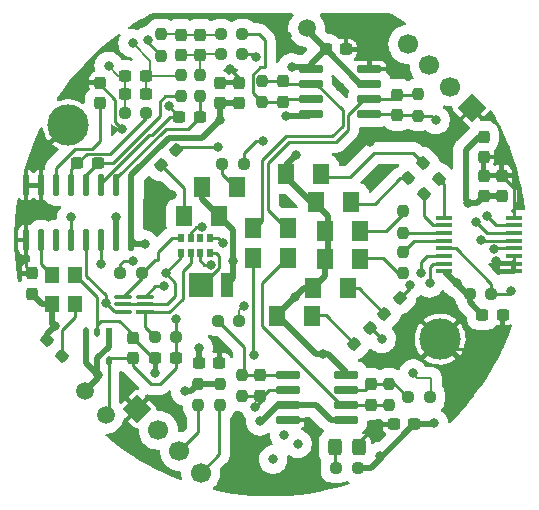
<source format=gbr>
%TF.GenerationSoftware,KiCad,Pcbnew,(6.0.4-0)*%
%TF.CreationDate,2022-11-29T10:20:57+01:00*%
%TF.ProjectId,RoundScanner,526f756e-6453-4636-916e-6e65722e6b69,2*%
%TF.SameCoordinates,Original*%
%TF.FileFunction,Copper,L1,Top*%
%TF.FilePolarity,Positive*%
%FSLAX46Y46*%
G04 Gerber Fmt 4.6, Leading zero omitted, Abs format (unit mm)*
G04 Created by KiCad (PCBNEW (6.0.4-0)) date 2022-11-29 10:20:57*
%MOMM*%
%LPD*%
G01*
G04 APERTURE LIST*
G04 Aperture macros list*
%AMRoundRect*
0 Rectangle with rounded corners*
0 $1 Rounding radius*
0 $2 $3 $4 $5 $6 $7 $8 $9 X,Y pos of 4 corners*
0 Add a 4 corners polygon primitive as box body*
4,1,4,$2,$3,$4,$5,$6,$7,$8,$9,$2,$3,0*
0 Add four circle primitives for the rounded corners*
1,1,$1+$1,$2,$3*
1,1,$1+$1,$4,$5*
1,1,$1+$1,$6,$7*
1,1,$1+$1,$8,$9*
0 Add four rect primitives between the rounded corners*
20,1,$1+$1,$2,$3,$4,$5,0*
20,1,$1+$1,$4,$5,$6,$7,0*
20,1,$1+$1,$6,$7,$8,$9,0*
20,1,$1+$1,$8,$9,$2,$3,0*%
%AMHorizOval*
0 Thick line with rounded ends*
0 $1 width*
0 $2 $3 position (X,Y) of the first rounded end (center of the circle)*
0 $4 $5 position (X,Y) of the second rounded end (center of the circle)*
0 Add line between two ends*
20,1,$1,$2,$3,$4,$5,0*
0 Add two circle primitives to create the rounded ends*
1,1,$1,$2,$3*
1,1,$1,$4,$5*%
%AMRotRect*
0 Rectangle, with rotation*
0 The origin of the aperture is its center*
0 $1 length*
0 $2 width*
0 $3 Rotation angle, in degrees counterclockwise*
0 Add horizontal line*
21,1,$1,$2,0,0,$3*%
G04 Aperture macros list end*
%TA.AperFunction,SMDPad,CuDef*%
%ADD10RoundRect,0.250001X0.462499X0.624999X-0.462499X0.624999X-0.462499X-0.624999X0.462499X-0.624999X0*%
%TD*%
%TA.AperFunction,SMDPad,CuDef*%
%ADD11RoundRect,0.237500X-0.237500X0.300000X-0.237500X-0.300000X0.237500X-0.300000X0.237500X0.300000X0*%
%TD*%
%TA.AperFunction,SMDPad,CuDef*%
%ADD12RoundRect,0.237500X0.237500X-0.300000X0.237500X0.300000X-0.237500X0.300000X-0.237500X-0.300000X0*%
%TD*%
%TA.AperFunction,SMDPad,CuDef*%
%ADD13RoundRect,0.237500X0.344715X-0.008839X-0.008839X0.344715X-0.344715X0.008839X0.008839X-0.344715X0*%
%TD*%
%TA.AperFunction,SMDPad,CuDef*%
%ADD14RoundRect,0.237500X-0.237500X0.250000X-0.237500X-0.250000X0.237500X-0.250000X0.237500X0.250000X0*%
%TD*%
%TA.AperFunction,SMDPad,CuDef*%
%ADD15R,1.510292X0.412132*%
%TD*%
%TA.AperFunction,SMDPad,CuDef*%
%ADD16RoundRect,0.206066X0.549080X0.000000X-0.549080X0.000000X-0.549080X0.000000X0.549080X0.000000X0*%
%TD*%
%TA.AperFunction,SMDPad,CuDef*%
%ADD17RoundRect,0.237500X0.250000X0.237500X-0.250000X0.237500X-0.250000X-0.237500X0.250000X-0.237500X0*%
%TD*%
%TA.AperFunction,SMDPad,CuDef*%
%ADD18RoundRect,0.237500X-0.250000X-0.237500X0.250000X-0.237500X0.250000X0.237500X-0.250000X0.237500X0*%
%TD*%
%TA.AperFunction,SMDPad,CuDef*%
%ADD19C,1.500000*%
%TD*%
%TA.AperFunction,ComponentPad*%
%ADD20C,3.500000*%
%TD*%
%TA.AperFunction,SMDPad,CuDef*%
%ADD21R,1.200000X1.400000*%
%TD*%
%TA.AperFunction,SMDPad,CuDef*%
%ADD22RoundRect,0.237500X-0.300000X-0.237500X0.300000X-0.237500X0.300000X0.237500X-0.300000X0.237500X0*%
%TD*%
%TA.AperFunction,SMDPad,CuDef*%
%ADD23R,0.543390X1.874066*%
%TD*%
%TA.AperFunction,SMDPad,CuDef*%
%ADD24RoundRect,0.271695X0.000000X0.665338X0.000000X-0.665338X0.000000X-0.665338X0.000000X0.665338X0*%
%TD*%
%TA.AperFunction,SMDPad,CuDef*%
%ADD25RoundRect,0.237500X0.237500X-0.250000X0.237500X0.250000X-0.237500X0.250000X-0.237500X-0.250000X0*%
%TD*%
%TA.AperFunction,SMDPad,CuDef*%
%ADD26RoundRect,0.042000X-0.943000X-0.258000X0.943000X-0.258000X0.943000X0.258000X-0.943000X0.258000X0*%
%TD*%
%TA.AperFunction,SMDPad,CuDef*%
%ADD27RoundRect,0.237500X0.300000X0.237500X-0.300000X0.237500X-0.300000X-0.237500X0.300000X-0.237500X0*%
%TD*%
%TA.AperFunction,SMDPad,CuDef*%
%ADD28RoundRect,0.237500X0.008839X0.344715X-0.344715X-0.008839X-0.008839X-0.344715X0.344715X0.008839X0*%
%TD*%
%TA.AperFunction,SMDPad,CuDef*%
%ADD29R,0.550000X0.800000*%
%TD*%
%TA.AperFunction,SMDPad,CuDef*%
%ADD30O,0.550000X0.800000*%
%TD*%
%TA.AperFunction,SMDPad,CuDef*%
%ADD31RoundRect,0.042000X0.943000X0.258000X-0.943000X0.258000X-0.943000X-0.258000X0.943000X-0.258000X0*%
%TD*%
%TA.AperFunction,SMDPad,CuDef*%
%ADD32RoundRect,0.250001X-0.462499X-0.624999X0.462499X-0.624999X0.462499X0.624999X-0.462499X0.624999X0*%
%TD*%
%TA.AperFunction,SMDPad,CuDef*%
%ADD33R,2.100000X2.100000*%
%TD*%
%TA.AperFunction,SMDPad,CuDef*%
%ADD34R,1.000000X2.100000*%
%TD*%
%TA.AperFunction,SMDPad,CuDef*%
%ADD35R,1.475000X0.450000*%
%TD*%
%TA.AperFunction,SMDPad,CuDef*%
%ADD36R,0.590000X0.690000*%
%TD*%
%TA.AperFunction,SMDPad,CuDef*%
%ADD37RoundRect,0.250000X0.325000X0.450000X-0.325000X0.450000X-0.325000X-0.450000X0.325000X-0.450000X0*%
%TD*%
%TA.AperFunction,ComponentPad*%
%ADD38RotRect,1.700000X1.700000X45.000000*%
%TD*%
%TA.AperFunction,ComponentPad*%
%ADD39HorizOval,1.700000X0.000000X0.000000X0.000000X0.000000X0*%
%TD*%
%TA.AperFunction,ComponentPad*%
%ADD40RotRect,1.700000X1.700000X225.000000*%
%TD*%
%TA.AperFunction,ComponentPad*%
%ADD41HorizOval,1.700000X0.000000X0.000000X0.000000X0.000000X0*%
%TD*%
%TA.AperFunction,ViaPad*%
%ADD42C,0.800000*%
%TD*%
%TA.AperFunction,Conductor*%
%ADD43C,0.500000*%
%TD*%
%TA.AperFunction,Conductor*%
%ADD44C,0.250000*%
%TD*%
%TA.AperFunction,Conductor*%
%ADD45C,0.200000*%
%TD*%
G04 APERTURE END LIST*
D10*
%TO.P,D8,1,K*%
%TO.N,Net-(D8-Pad1)*%
X93562500Y-101727000D03*
%TO.P,D8,2,A*%
%TO.N,+3V3*%
X90587500Y-101727000D03*
%TD*%
D11*
%TO.P,C7,1*%
%TO.N,GND*%
X86614000Y-94006500D03*
%TO.P,C7,2*%
%TO.N,+2V5*%
X86614000Y-95731500D03*
%TD*%
D12*
%TO.P,C13,1*%
%TO.N,+3V3*%
X69088000Y-111860500D03*
%TO.P,C13,2*%
%TO.N,GND*%
X69088000Y-110135500D03*
%TD*%
D13*
%TO.P,R29,1*%
%TO.N,Net-(R29-Pad1)*%
X103515235Y-102118235D03*
%TO.P,R29,2*%
%TO.N,Net-(D8-Pad1)*%
X102224765Y-100827765D03*
%TD*%
D14*
%TO.P,R1,1*%
%TO.N,Net-(C2-Pad1)*%
X101784000Y-94972500D03*
%TO.P,R1,2*%
%TO.N,Net-(C2-Pad2)*%
X101784000Y-96797500D03*
%TD*%
D11*
%TO.P,C3,1*%
%TO.N,Net-(C3-Pad1)*%
X90354000Y-93879500D03*
%TO.P,C3,2*%
%TO.N,Net-(C3-Pad2)*%
X90354000Y-95604500D03*
%TD*%
D12*
%TO.P,C5,1*%
%TO.N,/ADC/AIN-*%
X81661000Y-91667500D03*
%TO.P,C5,2*%
%TO.N,/ADC/AIN+*%
X81661000Y-89942500D03*
%TD*%
D15*
%TO.P,Q1,1,S2*%
%TO.N,SCL_2v*%
X78624919Y-113426000D03*
D16*
%TO.P,Q1,2,G2*%
%TO.N,+1V8*%
X78624919Y-112776000D03*
%TO.P,Q1,3,D1*%
%TO.N,SDA*%
X78624919Y-112126000D03*
%TO.P,Q1,4,S1*%
%TO.N,SDA_2v*%
X76823081Y-112126000D03*
%TO.P,Q1,5,G1*%
%TO.N,+1V8*%
X76823081Y-112776000D03*
%TO.P,Q1,6,D2*%
%TO.N,SCL*%
X76823081Y-113426000D03*
%TD*%
D17*
%TO.P,R16,1*%
%TO.N,+3V3*%
X96661500Y-126619000D03*
%TO.P,R16,2*%
%TO.N,Net-(D2-Pad2)*%
X94836500Y-126619000D03*
%TD*%
%TO.P,R4,1*%
%TO.N,Net-(C3-Pad2)*%
X86891500Y-89916000D03*
%TO.P,R4,2*%
%TO.N,/ADC/AIN+*%
X85066500Y-89916000D03*
%TD*%
D18*
%TO.P,R13,1*%
%TO.N,Net-(C12-Pad2)*%
X84812500Y-114173000D03*
%TO.P,R13,2*%
%TO.N,/ADC/AIN2-*%
X86637500Y-114173000D03*
%TD*%
D11*
%TO.P,C20,1*%
%TO.N,GND*%
X77597000Y-115596500D03*
%TO.P,C20,2*%
%TO.N,+1V8*%
X77597000Y-117321500D03*
%TD*%
D19*
%TO.P,TP1,1,1*%
%TO.N,+1V8*%
X75311000Y-122174000D03*
%TD*%
D17*
%TO.P,R7,1*%
%TO.N,+1V8*%
X81303500Y-115570000D03*
%TO.P,R7,2*%
%TO.N,SCL_2v*%
X79478500Y-115570000D03*
%TD*%
D14*
%TO.P,R6,1*%
%TO.N,/ADC/AIN-*%
X83312000Y-93321500D03*
%TO.P,R6,2*%
%TO.N,Net-(C8-Pad2)*%
X83312000Y-95146500D03*
%TD*%
D20*
%TO.P,H2,1,1*%
%TO.N,GND*%
X72136000Y-97556000D03*
%TD*%
D11*
%TO.P,C2,1*%
%TO.N,Net-(C2-Pad1)*%
X100006000Y-95022500D03*
%TO.P,C2,2*%
%TO.N,Net-(C2-Pad2)*%
X100006000Y-96747500D03*
%TD*%
%TO.P,C14,1*%
%TO.N,GND*%
X108839000Y-101880500D03*
%TO.P,C14,2*%
%TO.N,+3V3*%
X108839000Y-103605500D03*
%TD*%
D21*
%TO.P,X1,1,OE*%
%TO.N,Net-(R18-Pad1)*%
X72705000Y-112706000D03*
%TO.P,X1,2,GND*%
%TO.N,GND*%
X72705000Y-110306000D03*
%TO.P,X1,3,OUT*%
%TO.N,Net-(U2-Pad10)*%
X70805000Y-110306000D03*
%TO.P,X1,4,Vcc*%
%TO.N,+3V3*%
X70805000Y-112706000D03*
%TD*%
D10*
%TO.P,D12,1,K*%
%TO.N,Net-(C21-Pad1)*%
X90766000Y-108839000D03*
%TO.P,D12,2,A*%
%TO.N,Net-(C12-Pad1)*%
X87791000Y-108839000D03*
%TD*%
%TO.P,D10,1,K*%
%TO.N,Net-(D10-Pad1)*%
X96864500Y-106553000D03*
%TO.P,D10,2,A*%
%TO.N,+3V3*%
X93889500Y-106553000D03*
%TD*%
%TO.P,D5,1,K*%
%TO.N,Net-(D5-Pad1)*%
X95848500Y-111379000D03*
%TO.P,D5,2,A*%
%TO.N,+3V3*%
X92873500Y-111379000D03*
%TD*%
D22*
%TO.P,C16,1*%
%TO.N,GND*%
X99710163Y-122936000D03*
%TO.P,C16,2*%
%TO.N,+3V3*%
X101435163Y-122936000D03*
%TD*%
D10*
%TO.P,D9,1,K*%
%TO.N,Net-(D9-Pad1)*%
X96102500Y-104140000D03*
%TO.P,D9,2,A*%
%TO.N,+3V3*%
X93127500Y-104140000D03*
%TD*%
D11*
%TO.P,C17,1*%
%TO.N,+3V3*%
X107315000Y-98578500D03*
%TO.P,C17,2*%
%TO.N,GND*%
X107315000Y-100303500D03*
%TD*%
D23*
%TO.P,U2,1,REFP*%
%TO.N,+2V5*%
X77470000Y-102694433D03*
D24*
%TO.P,U2,2,VIN1N*%
%TO.N,Net-(C8-Pad2)*%
X76200000Y-102694433D03*
%TO.P,U2,3,VIN1P*%
%TO.N,Net-(C8-Pad1)*%
X74930000Y-102694433D03*
%TO.P,U2,4,VIN2N*%
%TO.N,Net-(C9-Pad2)*%
X73660000Y-102694433D03*
%TO.P,U2,5,VIN2P*%
%TO.N,Net-(C9-Pad1)*%
X72390000Y-102694433D03*
%TO.P,U2,6,VBG*%
%TO.N,Net-(C10-Pad2)*%
X71120000Y-102694433D03*
%TO.P,U2,7,REFN*%
%TO.N,GND*%
X69850000Y-102694433D03*
%TO.P,U2,8,AVSS*%
X68580000Y-102694433D03*
%TO.P,U2,9,DVSS*%
X68580000Y-107326567D03*
%TO.P,U2,10,XIN*%
%TO.N,Net-(U2-Pad10)*%
X69850000Y-107326567D03*
%TO.P,U2,11,XOUT*%
%TO.N,unconnected-(U2-Pad11)*%
X71120000Y-107326567D03*
%TO.P,U2,12,DRDY*%
%TO.N,DRDY_INT*%
X72390000Y-107326567D03*
%TO.P,U2,13,SCLK*%
%TO.N,SCL*%
X73660000Y-107326567D03*
%TO.P,U2,14,SDIO*%
%TO.N,SDA*%
X74930000Y-107326567D03*
%TO.P,U2,15,DVDD*%
%TO.N,+3V3*%
X76200000Y-107326567D03*
%TO.P,U2,16,AVDD/LDO*%
%TO.N,+2V5*%
X77470000Y-107326567D03*
%TD*%
D25*
%TO.P,R2,1*%
%TO.N,Net-(C3-Pad2)*%
X88576000Y-95654500D03*
%TO.P,R2,2*%
%TO.N,Net-(C3-Pad1)*%
X88576000Y-93829500D03*
%TD*%
D26*
%TO.P,U4,1*%
%TO.N,Net-(C12-Pad2)*%
X90736663Y-118745000D03*
%TO.P,U4,2,-*%
%TO.N,Net-(C12-Pad1)*%
X90736663Y-120015000D03*
%TO.P,U4,3,+*%
%TO.N,+2V5*%
X90736663Y-121285000D03*
%TO.P,U4,4,V-*%
%TO.N,GND*%
X90736663Y-122555000D03*
%TO.P,U4,5,+*%
%TO.N,+2V5*%
X95676663Y-122555000D03*
%TO.P,U4,6,-*%
%TO.N,Net-(C21-Pad1)*%
X95676663Y-121285000D03*
%TO.P,U4,7*%
%TO.N,Net-(C21-Pad2)*%
X95676663Y-120015000D03*
%TO.P,U4,8,V+*%
%TO.N,+3V3*%
X95676663Y-118745000D03*
%TD*%
D10*
%TO.P,D4,1,K*%
%TO.N,Net-(D4-Pad1)*%
X92800500Y-113792000D03*
%TO.P,D4,2,A*%
%TO.N,+3V3*%
X89825500Y-113792000D03*
%TD*%
D25*
%TO.P,R12,1*%
%TO.N,SDA*%
X84963000Y-121332000D03*
%TO.P,R12,2*%
%TO.N,+3V3*%
X84963000Y-119507000D03*
%TD*%
D27*
%TO.P,C11,1*%
%TO.N,GND*%
X84927474Y-117725423D03*
%TO.P,C11,2*%
%TO.N,+2V5*%
X83202474Y-117725423D03*
%TD*%
D11*
%TO.P,C6,1*%
%TO.N,GND*%
X84963000Y-94006500D03*
%TO.P,C6,2*%
%TO.N,+2V5*%
X84963000Y-95731500D03*
%TD*%
D17*
%TO.P,R28,1*%
%TO.N,Net-(R28-Pad1)*%
X87023500Y-100889000D03*
%TO.P,R28,2*%
%TO.N,Net-(D7-Pad1)*%
X85198500Y-100889000D03*
%TD*%
D18*
%TO.P,R14,1*%
%TO.N,Net-(C21-Pad2)*%
X100930163Y-120650000D03*
%TO.P,R14,2*%
%TO.N,/ADC/AIN2+*%
X102755163Y-120650000D03*
%TD*%
%TO.P,R8,1*%
%TO.N,+1V8*%
X76557500Y-110109000D03*
%TO.P,R8,2*%
%TO.N,SDA_2v*%
X78382500Y-110109000D03*
%TD*%
D28*
%TO.P,R26,1*%
%TO.N,Net-(R26-Pad1)*%
X100213235Y-112257765D03*
%TO.P,R26,2*%
%TO.N,Net-(D5-Pad1)*%
X98922765Y-113548235D03*
%TD*%
D11*
%TO.P,C10,1*%
%TO.N,GND*%
X74803000Y-94006500D03*
%TO.P,C10,2*%
%TO.N,Net-(C10-Pad2)*%
X74803000Y-95731500D03*
%TD*%
D20*
%TO.P,H1,1,1*%
%TO.N,GND*%
X103632000Y-115717000D03*
%TD*%
D19*
%TO.P,TP4,1,1*%
%TO.N,+2V5*%
X92329000Y-89408000D03*
%TD*%
D13*
%TO.P,R18,1*%
%TO.N,Net-(R18-Pad1)*%
X71638235Y-117104235D03*
%TO.P,R18,2*%
%TO.N,+3V3*%
X70347765Y-115813765D03*
%TD*%
D11*
%TO.P,C15,1*%
%TO.N,GND*%
X107315000Y-101880500D03*
%TO.P,C15,2*%
%TO.N,+3V3*%
X107315000Y-103605500D03*
%TD*%
D25*
%TO.P,R31,1*%
%TO.N,Net-(R31-Pad1)*%
X100457000Y-106703500D03*
%TO.P,R31,2*%
%TO.N,Net-(D10-Pad1)*%
X100457000Y-104878500D03*
%TD*%
D29*
%TO.P,U7,1,OUT2*%
%TO.N,+3V3*%
X75562501Y-115141500D03*
D30*
%TO.P,U7,2,GND*%
%TO.N,GND*%
X74612500Y-115141500D03*
%TO.P,U7,3,EN2*%
%TO.N,+3V3*%
X73662499Y-115141500D03*
%TO.P,U7,4,EN1*%
X73662499Y-117541500D03*
%TO.P,U7,5,IN*%
X74612500Y-117541500D03*
%TO.P,U7,6,OUT1*%
%TO.N,+1V8*%
X75562501Y-117541500D03*
%TD*%
D31*
%TO.P,U1,1*%
%TO.N,Net-(C2-Pad2)*%
X97650000Y-96647000D03*
%TO.P,U1,2,-*%
%TO.N,Net-(C2-Pad1)*%
X97650000Y-95377000D03*
%TO.P,U1,3,+*%
%TO.N,+2V5*%
X97650000Y-94107000D03*
%TO.P,U1,4,V-*%
%TO.N,GND*%
X97650000Y-92837000D03*
%TO.P,U1,5,+*%
%TO.N,+2V5*%
X92710000Y-92837000D03*
%TO.P,U1,6,-*%
%TO.N,Net-(C3-Pad1)*%
X92710000Y-94107000D03*
%TO.P,U1,7*%
%TO.N,Net-(C3-Pad2)*%
X92710000Y-95377000D03*
%TO.P,U1,8,V+*%
%TO.N,+3V3*%
X92710000Y-96647000D03*
%TD*%
D14*
%TO.P,R11,1*%
%TO.N,+3V3*%
X83166948Y-119507000D03*
%TO.P,R11,2*%
%TO.N,SCL*%
X83166948Y-121332000D03*
%TD*%
D32*
%TO.P,D1,1,K*%
%TO.N,Net-(C3-Pad1)*%
X87793500Y-106299000D03*
%TO.P,D1,2,A*%
%TO.N,Net-(C2-Pad1)*%
X90768500Y-106299000D03*
%TD*%
D22*
%TO.P,C8,1*%
%TO.N,Net-(C8-Pad1)*%
X81560500Y-96901000D03*
%TO.P,C8,2*%
%TO.N,Net-(C8-Pad2)*%
X83285500Y-96901000D03*
%TD*%
%TO.P,C9,1*%
%TO.N,Net-(C9-Pad1)*%
X72924500Y-100838000D03*
%TO.P,C9,2*%
%TO.N,Net-(C9-Pad2)*%
X74649500Y-100838000D03*
%TD*%
D33*
%TO.P,D3,1,CATHODE*%
%TO.N,Net-(D3-Pad1)*%
X83391000Y-111125000D03*
D34*
%TO.P,D3,2,ANODE*%
%TO.N,+3V3*%
X85561000Y-111125000D03*
%TD*%
D22*
%TO.P,C22,1*%
%TO.N,/ADC/AIN2+*%
X76988500Y-94996000D03*
%TO.P,C22,2*%
%TO.N,/ADC/AIN2-*%
X78713500Y-94996000D03*
%TD*%
D28*
%TO.P,R27,1*%
%TO.N,Net-(R27-Pad1)*%
X81290235Y-99684765D03*
%TO.P,R27,2*%
%TO.N,Net-(D6-Pad1)*%
X79999765Y-100975235D03*
%TD*%
D10*
%TO.P,D11,1,K*%
%TO.N,Net-(D11-Pad1)*%
X96864500Y-108966000D03*
%TO.P,D11,2,A*%
%TO.N,+3V3*%
X93889500Y-108966000D03*
%TD*%
D27*
%TO.P,C23,1*%
%TO.N,/ADC/AIN2-*%
X78713500Y-93397300D03*
%TO.P,C23,2*%
%TO.N,/ADC/AIN2+*%
X76988500Y-93397300D03*
%TD*%
D14*
%TO.P,R10,1*%
%TO.N,Net-(C21-Pad2)*%
X99302663Y-119483500D03*
%TO.P,R10,2*%
%TO.N,Net-(C21-Pad1)*%
X99302663Y-121308500D03*
%TD*%
D27*
%TO.P,C1,1*%
%TO.N,GND*%
X95661500Y-91186000D03*
%TO.P,C1,2*%
%TO.N,+2V5*%
X93936500Y-91186000D03*
%TD*%
D35*
%TO.P,U5,1,A0*%
%TO.N,GND*%
X109872000Y-109971000D03*
%TO.P,U5,2,A1*%
X109872000Y-109321000D03*
%TO.P,U5,3,A2*%
X109872000Y-108671000D03*
%TO.P,U5,4,~{OUT0}*%
%TO.N,Net-(R25-Pad1)*%
X109872000Y-108021000D03*
%TO.P,U5,5,~{OUT1}*%
%TO.N,Net-(R26-Pad1)*%
X109872000Y-107371000D03*
%TO.P,U5,6,~{OUT2}*%
%TO.N,Net-(R27-Pad1)*%
X109872000Y-106721000D03*
%TO.P,U5,7,~{OUT3}*%
%TO.N,Net-(R28-Pad1)*%
X109872000Y-106071000D03*
%TO.P,U5,8,GND*%
%TO.N,GND*%
X109872000Y-105421000D03*
%TO.P,U5,9,~{OUT4}*%
%TO.N,Net-(R29-Pad1)*%
X103996000Y-105421000D03*
%TO.P,U5,10,~{OUT5}*%
%TO.N,Net-(R30-Pad1)*%
X103996000Y-106071000D03*
%TO.P,U5,11,~{OUT6}*%
%TO.N,Net-(R31-Pad1)*%
X103996000Y-106721000D03*
%TO.P,U5,12,~{OUT7}*%
%TO.N,Net-(R32-Pad1)*%
X103996000Y-107371000D03*
%TO.P,U5,13,~{RESET}*%
%TO.N,LED RESET*%
X103996000Y-108021000D03*
%TO.P,U5,14,SCL*%
%TO.N,SCL*%
X103996000Y-108671000D03*
%TO.P,U5,15,SDA*%
%TO.N,SDA*%
X103996000Y-109321000D03*
%TO.P,U5,16,VCC*%
%TO.N,+3V3*%
X103996000Y-109971000D03*
%TD*%
D22*
%TO.P,C18,1*%
%TO.N,+3V3*%
X107214500Y-113665000D03*
%TO.P,C18,2*%
%TO.N,GND*%
X108939500Y-113665000D03*
%TD*%
D14*
%TO.P,R17,1*%
%TO.N,/ADC/AIN2-*%
X81661000Y-93321500D03*
%TO.P,R17,2*%
%TO.N,Net-(C9-Pad2)*%
X81661000Y-95146500D03*
%TD*%
D11*
%TO.P,C4,1*%
%TO.N,/ADC/AIN+*%
X83312000Y-89942500D03*
%TO.P,C4,2*%
%TO.N,/ADC/AIN-*%
X83312000Y-91667500D03*
%TD*%
D10*
%TO.P,D7,1,K*%
%TO.N,Net-(D7-Pad1)*%
X86450500Y-102870000D03*
%TO.P,D7,2,A*%
%TO.N,+3V3*%
X83475500Y-102870000D03*
%TD*%
D13*
%TO.P,R30,1*%
%TO.N,Net-(R30-Pad1)*%
X102245235Y-103388235D03*
%TO.P,R30,2*%
%TO.N,Net-(D9-Pad1)*%
X100954765Y-102097765D03*
%TD*%
D19*
%TO.P,TP3,1,1*%
%TO.N,+3V3*%
X73533000Y-120142000D03*
%TD*%
D36*
%TO.P,U6,1,VDD*%
%TO.N,+1V8*%
X81731000Y-108463000D03*
%TO.P,U6,2,SCL*%
%TO.N,SCL_2v*%
X82531000Y-108463000D03*
%TO.P,U6,3,GND*%
%TO.N,GND*%
X83331000Y-108463000D03*
%TO.P,U6,4,LDR*%
%TO.N,Net-(D3-Pad1)*%
X84131000Y-108463000D03*
%TO.P,U6,5,PGND*%
%TO.N,GND*%
X84131000Y-107183000D03*
%TO.P,U6,6,GPIO*%
%TO.N,unconnected-(U6-Pad6)*%
X83331000Y-107183000D03*
%TO.P,U6,7,INT*%
%TO.N,AS7341_INT*%
X82531000Y-107183000D03*
%TO.P,U6,8,SDA*%
%TO.N,SDA_2v*%
X81731000Y-107183000D03*
%TD*%
D37*
%TO.P,D2,1,K*%
%TO.N,GND*%
X96783000Y-124841000D03*
%TO.P,D2,2,A*%
%TO.N,Net-(D2-Pad2)*%
X94733000Y-124841000D03*
%TD*%
D12*
%TO.P,C21,1*%
%TO.N,Net-(C21-Pad1)*%
X97778663Y-121258500D03*
%TO.P,C21,2*%
%TO.N,Net-(C21-Pad2)*%
X97778663Y-119533500D03*
%TD*%
D17*
%TO.P,R3,1*%
%TO.N,Net-(C2-Pad2)*%
X86891500Y-91567000D03*
%TO.P,R3,2*%
%TO.N,/ADC/AIN-*%
X85066500Y-91567000D03*
%TD*%
D14*
%TO.P,R5,1*%
%TO.N,/ADC/AIN+*%
X80010000Y-89892500D03*
%TO.P,R5,2*%
%TO.N,Net-(C8-Pad1)*%
X80010000Y-91717500D03*
%TD*%
D17*
%TO.P,R24,1*%
%TO.N,LED RESET*%
X107973500Y-111887000D03*
%TO.P,R24,2*%
%TO.N,+3V3*%
X106148500Y-111887000D03*
%TD*%
D12*
%TO.P,C12,1*%
%TO.N,Net-(C12-Pad1)*%
X88392000Y-120496500D03*
%TO.P,C12,2*%
%TO.N,Net-(C12-Pad2)*%
X88392000Y-118771500D03*
%TD*%
D28*
%TO.P,R25,1*%
%TO.N,Net-(R25-Pad1)*%
X97673235Y-114797765D03*
%TO.P,R25,2*%
%TO.N,Net-(D4-Pad1)*%
X96382765Y-116088235D03*
%TD*%
D22*
%TO.P,C19,1*%
%TO.N,GND*%
X79528500Y-117348000D03*
%TO.P,C19,2*%
%TO.N,+1V8*%
X81253500Y-117348000D03*
%TD*%
D18*
%TO.P,R15,1*%
%TO.N,/ADC/AIN2+*%
X76938500Y-96597700D03*
%TO.P,R15,2*%
%TO.N,Net-(C9-Pad1)*%
X78763500Y-96597700D03*
%TD*%
D32*
%TO.P,D6,1,K*%
%TO.N,Net-(D6-Pad1)*%
X81951500Y-105283000D03*
%TO.P,D6,2,A*%
%TO.N,+3V3*%
X84926500Y-105283000D03*
%TD*%
D25*
%TO.P,R9,1*%
%TO.N,Net-(C12-Pad1)*%
X86868000Y-120546500D03*
%TO.P,R9,2*%
%TO.N,Net-(C12-Pad2)*%
X86868000Y-118721500D03*
%TD*%
D14*
%TO.P,R32,1*%
%TO.N,Net-(R32-Pad1)*%
X100457000Y-108307500D03*
%TO.P,R32,2*%
%TO.N,Net-(D11-Pad1)*%
X100457000Y-110132500D03*
%TD*%
D38*
%TO.P,J4,1,Pin_1*%
%TO.N,GND*%
X106299000Y-96139000D03*
D39*
%TO.P,J4,2,Pin_2*%
%TO.N,LED RESET*%
X104502949Y-94342949D03*
%TO.P,J4,3,Pin_3*%
%TO.N,AS7341_INT*%
X102706898Y-92546898D03*
%TO.P,J4,4,Pin_4*%
%TO.N,DRDY_INT*%
X100910846Y-90750846D03*
%TD*%
D40*
%TO.P,J1,1,Pin_1*%
%TO.N,GND*%
X77975672Y-121628317D03*
D41*
%TO.P,J1,2,Pin_2*%
%TO.N,+3V3*%
X79771723Y-123424368D03*
%TO.P,J1,3,Pin_3*%
%TO.N,SCL*%
X81567774Y-125220419D03*
%TO.P,J1,4,Pin_4*%
%TO.N,SDA*%
X83363826Y-127016471D03*
%TD*%
D42*
%TO.N,+2V5*%
X78613000Y-107696000D03*
X84963000Y-97155000D03*
X88392000Y-122682000D03*
X83185000Y-116459000D03*
X91059000Y-92710000D03*
%TO.N,Net-(C2-Pad2)*%
X88048500Y-91816701D03*
X103251000Y-97155000D03*
%TO.N,+3V3*%
X98552000Y-125603000D03*
X90574204Y-96811500D03*
X89492676Y-125907922D03*
X76200000Y-105410000D03*
X103112663Y-122848000D03*
X106019557Y-104177500D03*
X74676000Y-118745000D03*
X93726000Y-116967000D03*
X86106000Y-109093000D03*
X82042000Y-120142000D03*
X70992059Y-114597111D03*
X105029000Y-110998000D03*
X91402051Y-100123252D03*
X91331250Y-112159250D03*
%TO.N,SDA*%
X74930000Y-109347000D03*
X102743000Y-110998000D03*
X91567000Y-124587000D03*
X80264000Y-111252000D03*
%TO.N,Net-(C8-Pad1)*%
X80645000Y-96012000D03*
X78867000Y-90424000D03*
%TO.N,LED RESET*%
X109601000Y-111633000D03*
%TO.N,Net-(R25-Pad1)*%
X98679000Y-115697000D03*
X108157333Y-108095500D03*
%TO.N,Net-(R26-Pad1)*%
X107061000Y-107315000D03*
X101061788Y-111146613D03*
%TO.N,Net-(R27-Pad1)*%
X106680000Y-105791000D03*
X84836000Y-99441000D03*
%TO.N,Net-(R28-Pad1)*%
X107569000Y-105283000D03*
X88646000Y-98933000D03*
%TO.N,DRDY_INT*%
X72390000Y-105410000D03*
%TO.N,SCL*%
X101981000Y-110109000D03*
X75311000Y-112649000D03*
X90447204Y-123862500D03*
%TO.N,+1V8*%
X80391000Y-110109000D03*
X77597000Y-109093000D03*
X81280000Y-114046000D03*
%TO.N,Net-(C12-Pad1)*%
X87947500Y-121475500D03*
X87884000Y-117094000D03*
%TO.N,/ADC/AIN2+*%
X75565000Y-92583000D03*
X101334663Y-118618000D03*
%TO.N,/ADC/AIN2-*%
X86995000Y-112903000D03*
X77597000Y-90678000D03*
%TO.N,GND*%
X87352950Y-125998450D03*
X84963000Y-116332000D03*
X90551000Y-104140000D03*
X85852000Y-92837000D03*
X108380648Y-109069736D03*
X99187000Y-101346000D03*
X68580000Y-105029000D03*
X97790000Y-89789000D03*
X95123000Y-94361000D03*
X84201000Y-109407502D03*
X70231000Y-100076000D03*
X90678000Y-90043000D03*
X98286663Y-122936000D03*
X77089000Y-124333000D03*
X85217000Y-107569000D03*
X105791000Y-119126000D03*
X76708000Y-97917000D03*
X80899000Y-103505000D03*
X79121000Y-102489000D03*
X104013000Y-99187000D03*
X79502000Y-118618000D03*
X97663000Y-99060000D03*
%TO.N,AS7341_INT*%
X83439000Y-106238498D03*
%TD*%
D43*
%TO.N,+2V5*%
X78613000Y-107696000D02*
X77839433Y-107696000D01*
X93091000Y-121285000D02*
X90736663Y-121285000D01*
X83185000Y-116459000D02*
X83185000Y-117707949D01*
X77470000Y-107326567D02*
X77470000Y-102694433D01*
X91059000Y-92710000D02*
X92583000Y-92710000D01*
X92329000Y-89578500D02*
X93936500Y-91186000D01*
X84963000Y-95731500D02*
X86614000Y-95731500D01*
X97650000Y-94107000D02*
X96857500Y-94107000D01*
X77470000Y-101854000D02*
X80670970Y-98653030D01*
X84963000Y-97155000D02*
X84963000Y-95731500D01*
X80670970Y-98653030D02*
X83464970Y-98653030D01*
X83464970Y-98653030D02*
X84963000Y-97155000D01*
X96857500Y-94107000D02*
X93936500Y-91186000D01*
X89916000Y-121285000D02*
X88519000Y-122682000D01*
X92710000Y-92412500D02*
X93936500Y-91186000D01*
X77470000Y-102694433D02*
X77470000Y-101854000D01*
X92710000Y-92837000D02*
X92710000Y-92412500D01*
X95676663Y-122555000D02*
X94361000Y-122555000D01*
X94361000Y-122555000D02*
X93091000Y-121285000D01*
X92583000Y-92710000D02*
X92710000Y-92837000D01*
X77839433Y-107696000D02*
X77470000Y-107326567D01*
X88519000Y-122682000D02*
X88392000Y-122682000D01*
X90736663Y-121285000D02*
X89916000Y-121285000D01*
D44*
%TO.N,Net-(C2-Pad1)*%
X90768500Y-106476800D02*
X89080480Y-104788780D01*
X94800489Y-99001511D02*
X95826511Y-97975489D01*
X97650000Y-95377000D02*
X99651500Y-95377000D01*
X89080480Y-100784520D02*
X90863489Y-99001511D01*
X95826511Y-96751152D02*
X97200663Y-95377000D01*
X95826511Y-97975489D02*
X95826511Y-96751152D01*
X89080480Y-104788780D02*
X89080480Y-100784520D01*
X100006000Y-95022500D02*
X101734000Y-95022500D01*
X90863489Y-99001511D02*
X94800489Y-99001511D01*
X99651500Y-95377000D02*
X100006000Y-95022500D01*
%TO.N,Net-(C2-Pad2)*%
X86891500Y-91567000D02*
X87798799Y-91567000D01*
X102893500Y-96797500D02*
X103251000Y-97155000D01*
X100006000Y-96747500D02*
X101734000Y-96747500D01*
X97650000Y-96647000D02*
X99905500Y-96647000D01*
X87798799Y-91567000D02*
X88048500Y-91816701D01*
X101784000Y-96797500D02*
X102893500Y-96797500D01*
%TO.N,Net-(C3-Pad1)*%
X88519000Y-100584000D02*
X90551000Y-98552000D01*
X88519000Y-105751300D02*
X88519000Y-100584000D01*
X88576000Y-93829500D02*
X90304000Y-93829500D01*
X90551000Y-98552000D02*
X94488000Y-98552000D01*
X92710000Y-94107000D02*
X90581500Y-94107000D01*
X88120520Y-106149780D02*
X88519000Y-105751300D01*
X95377000Y-96324663D02*
X93159337Y-94107000D01*
X94488000Y-98552000D02*
X95377000Y-97663000D01*
X95377000Y-97663000D02*
X95377000Y-96324663D01*
%TO.N,Net-(C3-Pad2)*%
X87757000Y-93366184D02*
X88413184Y-92710000D01*
X87757000Y-94835500D02*
X87757000Y-93366184D01*
X88773000Y-90424000D02*
X88265000Y-89916000D01*
X88773000Y-92710000D02*
X88773000Y-90424000D01*
X88413184Y-92710000D02*
X88773000Y-92710000D01*
X88576000Y-95654500D02*
X90304000Y-95654500D01*
X92710000Y-95377000D02*
X90581500Y-95377000D01*
X88265000Y-89916000D02*
X86891500Y-89916000D01*
X88576000Y-95654500D02*
X87757000Y-94835500D01*
D45*
%TO.N,/ADC/AIN+*%
X81661000Y-89942500D02*
X83312000Y-89942500D01*
X80010000Y-89892500D02*
X81611000Y-89892500D01*
X83312000Y-89942500D02*
X85040000Y-89942500D01*
%TO.N,/ADC/AIN-*%
X83312000Y-93321500D02*
X83312000Y-91667500D01*
X81661000Y-91667500D02*
X83312000Y-91667500D01*
X85066500Y-91567000D02*
X83412500Y-91567000D01*
D43*
%TO.N,+3V3*%
X76200000Y-107326567D02*
X76200000Y-105410000D01*
X92873500Y-104267000D02*
X90587500Y-101981000D01*
X73662499Y-115141500D02*
X73662499Y-117541500D01*
X86106000Y-110580000D02*
X86106000Y-109093000D01*
X74612500Y-117341875D02*
X74612500Y-117541500D01*
X105791000Y-103948943D02*
X106019557Y-104177500D01*
X75562501Y-116391874D02*
X74612500Y-117341875D01*
X95676663Y-118745000D02*
X95676663Y-118536663D01*
X73662499Y-117731499D02*
X74676000Y-118745000D01*
X96661500Y-126619000D02*
X97752163Y-126619000D01*
X94107000Y-116967000D02*
X93726000Y-116967000D01*
X97752163Y-126619000D02*
X101435163Y-122936000D01*
X74676000Y-118999000D02*
X73533000Y-120142000D01*
X101435163Y-122936000D02*
X103024663Y-122936000D01*
X74612500Y-118681500D02*
X74676000Y-118745000D01*
X83475500Y-103832000D02*
X84926500Y-105283000D01*
X95676663Y-118536663D02*
X94107000Y-116967000D01*
X105791000Y-99695000D02*
X105791000Y-103948943D01*
X106907500Y-98578500D02*
X105791000Y-99695000D01*
X92545500Y-96811500D02*
X90574204Y-96811500D01*
X90587500Y-101981000D02*
X90587500Y-100937803D01*
X93127500Y-104267000D02*
X94118100Y-105257600D01*
X70805000Y-112706000D02*
X69933500Y-112706000D01*
X105912000Y-111887000D02*
X104020511Y-109995511D01*
X82531948Y-120142000D02*
X83166948Y-119507000D01*
X91331250Y-112159250D02*
X89825500Y-113665000D01*
X92873500Y-111379000D02*
X92111500Y-111379000D01*
X92710000Y-96647000D02*
X92545500Y-96811500D01*
X83475500Y-102997000D02*
X83475500Y-103832000D01*
X85561000Y-111125000D02*
X86106000Y-110580000D01*
X70347765Y-115813765D02*
X70347765Y-115241405D01*
X82042000Y-120142000D02*
X82531948Y-120142000D01*
X93127500Y-116967000D02*
X89825500Y-113665000D01*
X103024663Y-122936000D02*
X103112663Y-122848000D01*
X86106000Y-109093000D02*
X86106000Y-106462500D01*
X90587500Y-100937803D02*
X91402051Y-100123252D01*
X106743000Y-104177500D02*
X106019557Y-104177500D01*
X84963000Y-119507000D02*
X83166948Y-119507000D01*
X106148500Y-111887000D02*
X106148500Y-112599000D01*
X93889500Y-108839000D02*
X93889500Y-110363000D01*
X107315000Y-98578500D02*
X106907500Y-98578500D01*
X86106000Y-106462500D02*
X84926500Y-105283000D01*
X106148500Y-112599000D02*
X107214500Y-113665000D01*
X70805000Y-114410052D02*
X70992059Y-114597111D01*
X73662499Y-117541500D02*
X73662499Y-117731499D01*
X69933500Y-112706000D02*
X69088000Y-111860500D01*
X92111500Y-111379000D02*
X91331250Y-112159250D01*
X70805000Y-112706000D02*
X70805000Y-114410052D01*
X93726000Y-116967000D02*
X93127500Y-116967000D01*
X74676000Y-118745000D02*
X74676000Y-118999000D01*
X70347765Y-115241405D02*
X70992059Y-114597111D01*
X74612500Y-117541500D02*
X74612500Y-118681500D01*
X107161500Y-103759000D02*
X106743000Y-104177500D01*
X94118100Y-105257600D02*
X94118100Y-109220000D01*
X75562501Y-115141500D02*
X75562501Y-116391874D01*
X108839000Y-103605500D02*
X107315000Y-103605500D01*
X93889500Y-110363000D02*
X92873500Y-111379000D01*
D44*
%TO.N,Net-(D4-Pad1)*%
X92800500Y-113665000D02*
X93959530Y-113665000D01*
X93959530Y-113665000D02*
X96382765Y-116088235D01*
%TO.N,Net-(D5-Pad1)*%
X98922765Y-113548235D02*
X96753530Y-111379000D01*
X96753530Y-111379000D02*
X95848500Y-111379000D01*
%TO.N,Net-(D6-Pad1)*%
X81951500Y-105283000D02*
X81951500Y-102926970D01*
X81951500Y-102926970D02*
X79999765Y-100975235D01*
%TO.N,Net-(D7-Pad1)*%
X85198500Y-101745000D02*
X85198500Y-100889000D01*
X86450500Y-102997000D02*
X85198500Y-101745000D01*
%TO.N,Net-(D8-Pad1)*%
X95966500Y-101981000D02*
X93562500Y-101981000D01*
X101346000Y-99949000D02*
X97998500Y-99949000D01*
X97998500Y-99949000D02*
X95966500Y-101981000D01*
X102224765Y-100827765D02*
X101346000Y-99949000D01*
%TO.N,Net-(D9-Pad1)*%
X100954765Y-102097765D02*
X100275735Y-102097765D01*
X96102500Y-104267000D02*
X98106500Y-104267000D01*
X100275735Y-102097765D02*
X98106500Y-104267000D01*
%TO.N,Net-(D10-Pad1)*%
X100457000Y-105132500D02*
X99036500Y-106553000D01*
X96864500Y-106553000D02*
X99036500Y-106553000D01*
%TO.N,Net-(D11-Pad1)*%
X100076000Y-110132500D02*
X98782500Y-108839000D01*
X100457000Y-110132500D02*
X100076000Y-110132500D01*
X96864500Y-108839000D02*
X98782500Y-108839000D01*
%TO.N,SDA*%
X79498919Y-111252000D02*
X78624919Y-112126000D01*
X80264000Y-111252000D02*
X79498919Y-111252000D01*
X103008500Y-109321000D02*
X102743000Y-109586500D01*
X103996000Y-109321000D02*
X103008500Y-109321000D01*
X102743000Y-109586500D02*
X102743000Y-110998000D01*
X74930000Y-107326567D02*
X74930000Y-109347000D01*
X84896144Y-121398856D02*
X84896144Y-125484153D01*
X84896144Y-125484153D02*
X83363826Y-127016471D01*
%TO.N,Net-(C8-Pad1)*%
X78960917Y-98425000D02*
X79248000Y-98425000D01*
X78867000Y-90424000D02*
X78867000Y-90574500D01*
X78867000Y-90574500D02*
X80010000Y-91717500D01*
X74930000Y-102455917D02*
X78960917Y-98425000D01*
X80772000Y-96901000D02*
X81560500Y-96901000D01*
X79248000Y-98425000D02*
X80772000Y-96901000D01*
X81534000Y-96901000D02*
X80645000Y-96012000D01*
%TO.N,Net-(C8-Pad2)*%
X80391704Y-97917000D02*
X82269500Y-97917000D01*
X76200000Y-102108704D02*
X80391704Y-97917000D01*
X82269500Y-97917000D02*
X83285500Y-96901000D01*
X83285500Y-96901000D02*
X83285500Y-95173000D01*
%TO.N,LED RESET*%
X103996000Y-108021000D02*
X104983500Y-108021000D01*
X104983500Y-108021000D02*
X107973500Y-111011000D01*
X107973500Y-111887000D02*
X109347000Y-111887000D01*
X107973500Y-111011000D02*
X107973500Y-111887000D01*
X109347000Y-111887000D02*
X109601000Y-111633000D01*
%TO.N,Net-(R25-Pad1)*%
X108231833Y-108021000D02*
X108157333Y-108095500D01*
X97779765Y-114797765D02*
X98679000Y-115697000D01*
X109872000Y-108021000D02*
X108231833Y-108021000D01*
%TO.N,Net-(R26-Pad1)*%
X101061788Y-111409212D02*
X101061788Y-111146613D01*
X107117000Y-107371000D02*
X107061000Y-107315000D01*
X109872000Y-107371000D02*
X107117000Y-107371000D01*
X100213235Y-112257765D02*
X101061788Y-111409212D01*
%TO.N,Net-(R27-Pad1)*%
X107610000Y-106721000D02*
X106680000Y-105791000D01*
X109872000Y-106721000D02*
X107610000Y-106721000D01*
X84836000Y-99441000D02*
X81534000Y-99441000D01*
%TO.N,Net-(R28-Pad1)*%
X88646000Y-98933000D02*
X88011000Y-98933000D01*
X109872000Y-106071000D02*
X108357000Y-106071000D01*
X88011000Y-98933000D02*
X87023500Y-99920500D01*
X108357000Y-106071000D02*
X107569000Y-105283000D01*
X87023500Y-100889000D02*
X87023500Y-99920500D01*
%TO.N,Net-(R29-Pad1)*%
X103996000Y-105421000D02*
X103996000Y-102599000D01*
X103996000Y-102599000D02*
X103515235Y-102118235D01*
%TO.N,Net-(R30-Pad1)*%
X102245235Y-105307735D02*
X102245235Y-103388235D01*
X103996000Y-106071000D02*
X103008500Y-106071000D01*
X103008500Y-106071000D02*
X102245235Y-105307735D01*
%TO.N,Net-(R31-Pad1)*%
X103996000Y-106721000D02*
X100474500Y-106721000D01*
%TO.N,Net-(R32-Pad1)*%
X103996000Y-107371000D02*
X101393500Y-107371000D01*
X101393500Y-107371000D02*
X100457000Y-108307500D01*
%TO.N,DRDY_INT*%
X72390000Y-107326567D02*
X72390000Y-105410000D01*
%TO.N,SCL*%
X83166948Y-121332000D02*
X83166948Y-123621245D01*
X102530000Y-108671000D02*
X101981000Y-109220000D01*
X76010919Y-113348919D02*
X75311000Y-112649000D01*
X103996000Y-108671000D02*
X102530000Y-108671000D01*
X75311000Y-112014000D02*
X75311000Y-112649000D01*
X73660000Y-110363000D02*
X75311000Y-112014000D01*
X83166948Y-123621245D02*
X81567774Y-125220419D01*
X101981000Y-109220000D02*
X101981000Y-110109000D01*
X76442081Y-113348919D02*
X76010919Y-113348919D01*
X73660000Y-107326567D02*
X73660000Y-110363000D01*
%TO.N,Net-(D2-Pad2)*%
X94733000Y-124841000D02*
X94733000Y-126515500D01*
%TO.N,Net-(C10-Pad2)*%
X74803000Y-98933000D02*
X74803000Y-95731500D01*
X74147031Y-99588969D02*
X74803000Y-98933000D01*
X71120000Y-102694433D02*
X71120000Y-101219000D01*
X71120000Y-101219000D02*
X72750031Y-99588969D01*
X72750031Y-99588969D02*
X74147031Y-99588969D01*
%TO.N,+1V8*%
X76557500Y-109370500D02*
X76557500Y-110109000D01*
X77597000Y-109093000D02*
X76835000Y-109093000D01*
X77597000Y-117321500D02*
X75782501Y-117321500D01*
X77597000Y-117983000D02*
X79121000Y-119507000D01*
X77597000Y-117321500D02*
X77597000Y-117983000D01*
X81303500Y-114069500D02*
X81280000Y-114046000D01*
X81303500Y-115570000D02*
X81303500Y-114069500D01*
X76835000Y-109093000D02*
X76557500Y-109370500D01*
X81253500Y-117348000D02*
X81253500Y-115620000D01*
X78624919Y-112776000D02*
X76823081Y-112776000D01*
X81698499Y-108801501D02*
X80391000Y-110109000D01*
X80518000Y-112776000D02*
X81216667Y-112077333D01*
X79883000Y-119507000D02*
X81253500Y-118136500D01*
X79121000Y-119507000D02*
X79883000Y-119507000D01*
X81698499Y-108495501D02*
X81698499Y-108801501D01*
X75782501Y-117321500D02*
X75562501Y-117541500D01*
X81216667Y-110934667D02*
X80391000Y-110109000D01*
X75562501Y-117541500D02*
X75562501Y-121922499D01*
X78624919Y-112776000D02*
X80518000Y-112776000D01*
X81216667Y-112077333D02*
X81216667Y-110934667D01*
X81253500Y-118136500D02*
X81253500Y-117348000D01*
%TO.N,SCL_2v*%
X82531000Y-108463000D02*
X82531000Y-109235978D01*
X78624919Y-113426000D02*
X78624919Y-114716419D01*
X78624919Y-114716419D02*
X79478500Y-115570000D01*
X81841000Y-112278500D02*
X80693500Y-113426000D01*
X80693500Y-113426000D02*
X78624919Y-113426000D01*
X81841000Y-109925978D02*
X81841000Y-112278500D01*
X82531000Y-109235978D02*
X81841000Y-109925978D01*
%TO.N,SDA_2v*%
X78382500Y-110109000D02*
X78382500Y-110566581D01*
X80927500Y-107183000D02*
X79730811Y-108379689D01*
X79730811Y-109038270D02*
X79453230Y-109038270D01*
X81731000Y-107183000D02*
X80927500Y-107183000D01*
X79730811Y-108379689D02*
X79730811Y-109038270D01*
X79453230Y-109038270D02*
X78382500Y-110109000D01*
X78382500Y-110566581D02*
X76823081Y-112126000D01*
%TO.N,Net-(C9-Pad1)*%
X73724020Y-100038480D02*
X75677220Y-100038480D01*
X72924500Y-100838000D02*
X73724020Y-100038480D01*
X72390000Y-101372500D02*
X72924500Y-100838000D01*
X75677220Y-100038480D02*
X78763500Y-96952200D01*
X78763500Y-96952200D02*
X78763500Y-96597700D01*
X72390000Y-102694433D02*
X72390000Y-101372500D01*
%TO.N,Net-(C9-Pad2)*%
X79883000Y-95631000D02*
X80367500Y-95146500D01*
X80367500Y-95146500D02*
X81661000Y-95146500D01*
X73660000Y-102694433D02*
X73660000Y-101827500D01*
X79883000Y-96867213D02*
X79883000Y-95631000D01*
X75912213Y-100838000D02*
X79883000Y-96867213D01*
X74649500Y-100838000D02*
X75912213Y-100838000D01*
X73660000Y-101827500D02*
X74649500Y-100838000D01*
%TO.N,Net-(C12-Pad1)*%
X87768100Y-108737400D02*
X87768100Y-116978100D01*
X88634663Y-120788337D02*
X87947500Y-121475500D01*
X87884000Y-117094000D02*
X87768100Y-116978100D01*
X89116163Y-120015000D02*
X88634663Y-120496500D01*
X88634663Y-120496500D02*
X87045000Y-120496500D01*
X90736663Y-120015000D02*
X89116163Y-120015000D01*
%TO.N,Net-(C12-Pad2)*%
X84812500Y-114173000D02*
X86995000Y-116355500D01*
X86995000Y-118721500D02*
X88584663Y-118721500D01*
X86995000Y-116355500D02*
X86995000Y-118721500D01*
X88634663Y-118771500D02*
X90710163Y-118771500D01*
%TO.N,Net-(C21-Pad1)*%
X97778663Y-121258500D02*
X99252663Y-121258500D01*
X90743100Y-108737400D02*
X88519000Y-110961500D01*
X88519000Y-110961500D02*
X88519000Y-114576674D01*
X95676663Y-121285000D02*
X97752163Y-121285000D01*
X88519000Y-114576674D02*
X95227326Y-121285000D01*
%TO.N,Net-(C21-Pad2)*%
X95676663Y-120015000D02*
X97297163Y-120015000D01*
X100930163Y-120650000D02*
X99763663Y-119483500D01*
X99763663Y-119483500D02*
X99302663Y-119483500D01*
X97297163Y-120015000D02*
X97778663Y-119533500D01*
X99302663Y-119483500D02*
X97828663Y-119483500D01*
D45*
%TO.N,/ADC/AIN2+*%
X77369500Y-93397300D02*
X76379300Y-93397300D01*
X76938500Y-93828300D02*
X77369500Y-93397300D01*
X102858663Y-120546500D02*
X102858663Y-118972500D01*
X101689163Y-118972500D02*
X101334663Y-118618000D01*
X102858663Y-118972500D02*
X101689163Y-118972500D01*
X76379300Y-93397300D02*
X75565000Y-92583000D01*
X76938500Y-96597700D02*
X76938500Y-93828300D01*
%TO.N,/ADC/AIN2-*%
X86637500Y-113260500D02*
X86995000Y-112903000D01*
X79094500Y-93397300D02*
X81585200Y-93397300D01*
X86637500Y-114173000D02*
X86637500Y-113260500D01*
X79094500Y-92175500D02*
X77597000Y-90678000D01*
X78713500Y-94996000D02*
X78713500Y-93397300D01*
X79094500Y-93397300D02*
X79094500Y-92175500D01*
D44*
%TO.N,Net-(D3-Pad1)*%
X84131000Y-108463000D02*
X84676000Y-108463000D01*
X84925501Y-109707601D02*
X83508102Y-111125000D01*
X84676000Y-108463000D02*
X84925501Y-108712501D01*
X84925501Y-108712501D02*
X84925501Y-109707601D01*
%TO.N,Net-(R18-Pad1)*%
X71638235Y-114924765D02*
X71638235Y-117104235D01*
X72705000Y-113858000D02*
X71638235Y-114924765D01*
X72705000Y-112706000D02*
X72705000Y-113858000D01*
%TO.N,GND*%
X83680502Y-109407502D02*
X84201000Y-109407502D01*
X83331000Y-109058000D02*
X83680502Y-109407502D01*
X79348500Y-117348000D02*
X77597000Y-115596500D01*
X74931000Y-114173000D02*
X74612500Y-114491500D01*
X86614000Y-94006500D02*
X84963000Y-94006500D01*
X68580000Y-107326567D02*
X68580000Y-105029000D01*
X84831000Y-107183000D02*
X85217000Y-107569000D01*
X68580000Y-105029000D02*
X68580000Y-102694433D01*
X68580000Y-102694433D02*
X69850000Y-102694433D01*
X76126480Y-97335480D02*
X76708000Y-97917000D01*
X76454000Y-114173000D02*
X74931000Y-114173000D01*
X109872000Y-109321000D02*
X108631912Y-109321000D01*
X74586499Y-112187499D02*
X72705000Y-110306000D01*
X84927474Y-116367526D02*
X84963000Y-116332000D01*
X108939500Y-113665000D02*
X108939500Y-114834500D01*
X74612500Y-114491500D02*
X74612500Y-115141500D01*
X107188000Y-116586000D02*
X104899263Y-116586000D01*
X108631912Y-109321000D02*
X108380648Y-109069736D01*
X68580000Y-109627500D02*
X69088000Y-110135500D01*
X109872000Y-108671000D02*
X109872000Y-109321000D01*
X83331000Y-108463000D02*
X83331000Y-109058000D01*
X84927474Y-117725423D02*
X84927474Y-116367526D01*
X68580000Y-107326567D02*
X68580000Y-109627500D01*
X109872000Y-109321000D02*
X109872000Y-109971000D01*
X74586499Y-115115499D02*
X74586499Y-112187499D01*
X76126480Y-95430480D02*
X76126480Y-97335480D01*
X96783000Y-124439663D02*
X98286663Y-122936000D01*
X107315000Y-101880500D02*
X108839000Y-101880500D01*
X74803000Y-94107000D02*
X76126480Y-95430480D01*
X77597000Y-115316000D02*
X76454000Y-114173000D01*
X107315000Y-100303500D02*
X107315000Y-101880500D01*
X86614000Y-93599000D02*
X85852000Y-92837000D01*
X84131000Y-107183000D02*
X84831000Y-107183000D01*
X109872000Y-102913500D02*
X109872000Y-105421000D01*
X79502000Y-118618000D02*
X79502000Y-117374500D01*
X108839000Y-101880500D02*
X109872000Y-102913500D01*
X108939500Y-114834500D02*
X107188000Y-116586000D01*
%TO.N,AS7341_INT*%
X82531000Y-106693978D02*
X82986480Y-106238498D01*
X82531000Y-107183000D02*
X82531000Y-106693978D01*
X82986480Y-106238498D02*
X83439000Y-106238498D01*
%TO.N,Net-(U2-Pad10)*%
X69850000Y-107326567D02*
X69850000Y-109351000D01*
X69850000Y-109351000D02*
X70805000Y-110306000D01*
%TD*%
%TA.AperFunction,Conductor*%
%TO.N,GND*%
G36*
X86343542Y-121797575D02*
G01*
X86520506Y-121833257D01*
X86520512Y-121833258D01*
X86525096Y-121834182D01*
X86529760Y-121834418D01*
X86529766Y-121834419D01*
X86529785Y-121834420D01*
X86529803Y-121834420D01*
X86531373Y-121834500D01*
X86710322Y-121834500D01*
X86778443Y-121854502D01*
X86824747Y-121907748D01*
X86903383Y-122078321D01*
X87030722Y-122258502D01*
X87167724Y-122391964D01*
X87202560Y-122453825D01*
X87204928Y-122497025D01*
X87186770Y-122650440D01*
X87201200Y-122870604D01*
X87202621Y-122876200D01*
X87202622Y-122876205D01*
X87217151Y-122933412D01*
X87255511Y-123084452D01*
X87257928Y-123089694D01*
X87257928Y-123089695D01*
X87281338Y-123140475D01*
X87347883Y-123284821D01*
X87475222Y-123465002D01*
X87633264Y-123618961D01*
X87638060Y-123622166D01*
X87638063Y-123622168D01*
X87760480Y-123703964D01*
X87816717Y-123741540D01*
X87822020Y-123743818D01*
X87822023Y-123743820D01*
X87992066Y-123816876D01*
X88019436Y-123828635D01*
X88055105Y-123836706D01*
X88228995Y-123876054D01*
X88229001Y-123876055D01*
X88234632Y-123877329D01*
X88240403Y-123877556D01*
X88240405Y-123877556D01*
X88308211Y-123880220D01*
X88455098Y-123885991D01*
X88570358Y-123869279D01*
X88667738Y-123855160D01*
X88667743Y-123855159D01*
X88673452Y-123854331D01*
X88678916Y-123852476D01*
X88678921Y-123852475D01*
X88876907Y-123785268D01*
X88876912Y-123785266D01*
X88882379Y-123783410D01*
X88887992Y-123780267D01*
X89057767Y-123685188D01*
X89126975Y-123669354D01*
X89193757Y-123693451D01*
X89236910Y-123749828D01*
X89244460Y-123809929D01*
X89242653Y-123825200D01*
X89241974Y-123830940D01*
X89256404Y-124051104D01*
X89257825Y-124056700D01*
X89257826Y-124056705D01*
X89297871Y-124214378D01*
X89310715Y-124264952D01*
X89313132Y-124270194D01*
X89313132Y-124270195D01*
X89387078Y-124430594D01*
X89403087Y-124465321D01*
X89406420Y-124470037D01*
X89438964Y-124516086D01*
X89461945Y-124583260D01*
X89444960Y-124652195D01*
X89393403Y-124701005D01*
X89357406Y-124712985D01*
X89180633Y-124743360D01*
X88973633Y-124819726D01*
X88968672Y-124822678D01*
X88968671Y-124822678D01*
X88826778Y-124907096D01*
X88784017Y-124932536D01*
X88618133Y-125078012D01*
X88481539Y-125251282D01*
X88378807Y-125446542D01*
X88313379Y-125657255D01*
X88287446Y-125876362D01*
X88301876Y-126096526D01*
X88303297Y-126102122D01*
X88303298Y-126102127D01*
X88349481Y-126283970D01*
X88356187Y-126310374D01*
X88358604Y-126315616D01*
X88358604Y-126315617D01*
X88394885Y-126394316D01*
X88448559Y-126510743D01*
X88575898Y-126690924D01*
X88733940Y-126844883D01*
X88738736Y-126848088D01*
X88738739Y-126848090D01*
X88821592Y-126903450D01*
X88917393Y-126967462D01*
X88922696Y-126969740D01*
X88922699Y-126969742D01*
X89031464Y-127016471D01*
X89120112Y-127054557D01*
X89199764Y-127072580D01*
X89329671Y-127101976D01*
X89329677Y-127101977D01*
X89335308Y-127103251D01*
X89341079Y-127103478D01*
X89341081Y-127103478D01*
X89408887Y-127106142D01*
X89555774Y-127111913D01*
X89664951Y-127096083D01*
X89768414Y-127081082D01*
X89768419Y-127081081D01*
X89774128Y-127080253D01*
X89779592Y-127078398D01*
X89779597Y-127078397D01*
X89977583Y-127011190D01*
X89977588Y-127011188D01*
X89983055Y-127009332D01*
X90175560Y-126901524D01*
X90182550Y-126895711D01*
X90340762Y-126764126D01*
X90345194Y-126760440D01*
X90399661Y-126694951D01*
X90482584Y-126595248D01*
X90482586Y-126595245D01*
X90486278Y-126590806D01*
X90594086Y-126398301D01*
X90595942Y-126392834D01*
X90595944Y-126392829D01*
X90663151Y-126194843D01*
X90663152Y-126194838D01*
X90665007Y-126189374D01*
X90665835Y-126183665D01*
X90665836Y-126183660D01*
X90688778Y-126025428D01*
X90696667Y-125971020D01*
X90698319Y-125907922D01*
X90678130Y-125688211D01*
X90679484Y-125688087D01*
X90686058Y-125624106D01*
X90730345Y-125568616D01*
X90797602Y-125545879D01*
X90866475Y-125563113D01*
X90872679Y-125567002D01*
X90991717Y-125646540D01*
X90997020Y-125648818D01*
X90997023Y-125648820D01*
X91179498Y-125727217D01*
X91194436Y-125733635D01*
X91240022Y-125743950D01*
X91403995Y-125781054D01*
X91404001Y-125781055D01*
X91409632Y-125782329D01*
X91415403Y-125782556D01*
X91415405Y-125782556D01*
X91483211Y-125785220D01*
X91630098Y-125790991D01*
X91739275Y-125775161D01*
X91842738Y-125760160D01*
X91842743Y-125760159D01*
X91848452Y-125759331D01*
X91853916Y-125757476D01*
X91853921Y-125757475D01*
X92051907Y-125690268D01*
X92051912Y-125690266D01*
X92057379Y-125688410D01*
X92065408Y-125683914D01*
X92205770Y-125605307D01*
X92249884Y-125580602D01*
X92266226Y-125567011D01*
X92411073Y-125446542D01*
X92419518Y-125439518D01*
X92454320Y-125397673D01*
X92556908Y-125274326D01*
X92556910Y-125274323D01*
X92560602Y-125269884D01*
X92668410Y-125077379D01*
X92670266Y-125071912D01*
X92670268Y-125071907D01*
X92737475Y-124873921D01*
X92737476Y-124873916D01*
X92739331Y-124868452D01*
X92740159Y-124862743D01*
X92740160Y-124862738D01*
X92770458Y-124653772D01*
X92770991Y-124650098D01*
X92772643Y-124587000D01*
X92752454Y-124367289D01*
X92741142Y-124327177D01*
X92700548Y-124183242D01*
X92692565Y-124154936D01*
X92594980Y-123957053D01*
X92579243Y-123935978D01*
X92466420Y-123784891D01*
X92466420Y-123784890D01*
X92462967Y-123780267D01*
X92326725Y-123654326D01*
X92305189Y-123634418D01*
X92305186Y-123634416D01*
X92300949Y-123630499D01*
X92114350Y-123512764D01*
X91909421Y-123431006D01*
X91910383Y-123428596D01*
X91860028Y-123396098D01*
X91830659Y-123331461D01*
X91840898Y-123261207D01*
X91887494Y-123207640D01*
X91896375Y-123202460D01*
X91988164Y-123134664D01*
X92001327Y-123121501D01*
X92069104Y-123029738D01*
X92077822Y-123013271D01*
X92116194Y-122904005D01*
X92119462Y-122889113D01*
X92121384Y-122868774D01*
X92121663Y-122862860D01*
X92121663Y-122773115D01*
X92117188Y-122757876D01*
X92115798Y-122756671D01*
X92108115Y-122755000D01*
X90935383Y-122755000D01*
X90888693Y-122746030D01*
X90794989Y-122708646D01*
X90789625Y-122706506D01*
X90638081Y-122676362D01*
X90575172Y-122643454D01*
X90540040Y-122581759D01*
X90536663Y-122552783D01*
X90536663Y-122511500D01*
X90556665Y-122443379D01*
X90610321Y-122396886D01*
X90662663Y-122385500D01*
X91743955Y-122385499D01*
X91752535Y-122385499D01*
X91785664Y-122383241D01*
X91789132Y-122383005D01*
X91789133Y-122383005D01*
X91794678Y-122382627D01*
X91890472Y-122358743D01*
X91920954Y-122355000D01*
X92103548Y-122355000D01*
X92152576Y-122340604D01*
X92188074Y-122335500D01*
X92603678Y-122335500D01*
X92671799Y-122355502D01*
X92692774Y-122372405D01*
X93133372Y-122813004D01*
X93572836Y-123252468D01*
X93581937Y-123262611D01*
X93593484Y-123276972D01*
X93606815Y-123293553D01*
X93646820Y-123327121D01*
X93650452Y-123330290D01*
X93652662Y-123332294D01*
X93654841Y-123334473D01*
X93689495Y-123362938D01*
X93690442Y-123363724D01*
X93726015Y-123393575D01*
X93765340Y-123452685D01*
X93766464Y-123523673D01*
X93734116Y-123579189D01*
X93592316Y-123720989D01*
X93477711Y-123892183D01*
X93398541Y-124082377D01*
X93357821Y-124284327D01*
X93357500Y-124290663D01*
X93357501Y-125391336D01*
X93357821Y-125397673D01*
X93398541Y-125599623D01*
X93477711Y-125789817D01*
X93481135Y-125794932D01*
X93481140Y-125794941D01*
X93582375Y-125946163D01*
X93603649Y-126013897D01*
X93593995Y-126064677D01*
X93589053Y-126076550D01*
X93587836Y-126082586D01*
X93587835Y-126082589D01*
X93565460Y-126193559D01*
X93548818Y-126276096D01*
X93548500Y-126282373D01*
X93548501Y-126955626D01*
X93548818Y-126961904D01*
X93589053Y-127161450D01*
X93667281Y-127349381D01*
X93780522Y-127518538D01*
X93924462Y-127662478D01*
X94093619Y-127775719D01*
X94099304Y-127778086D01*
X94099307Y-127778087D01*
X94275866Y-127851581D01*
X94281550Y-127853947D01*
X94481096Y-127894182D01*
X94485760Y-127894418D01*
X94485766Y-127894419D01*
X94485785Y-127894420D01*
X94485803Y-127894420D01*
X94487373Y-127894500D01*
X94488970Y-127894500D01*
X94837926Y-127894499D01*
X95185626Y-127894499D01*
X95187226Y-127894418D01*
X95187235Y-127894418D01*
X95191904Y-127894182D01*
X95391450Y-127853947D01*
X95397134Y-127851581D01*
X95573693Y-127778087D01*
X95573696Y-127778086D01*
X95579381Y-127775719D01*
X95678907Y-127709092D01*
X95746641Y-127687818D01*
X95819093Y-127709092D01*
X95918619Y-127775719D01*
X95917033Y-127778088D01*
X95958927Y-127819302D01*
X95974584Y-127888551D01*
X95950318Y-127955272D01*
X95893831Y-127998281D01*
X95885898Y-128001015D01*
X95222647Y-128205137D01*
X95217482Y-128206607D01*
X94327340Y-128439508D01*
X94322156Y-128440747D01*
X93908508Y-128530322D01*
X93422912Y-128635477D01*
X93417637Y-128636502D01*
X92858119Y-128732896D01*
X92510907Y-128792714D01*
X92505625Y-128793509D01*
X91593057Y-128910916D01*
X91587738Y-128911486D01*
X90952698Y-128965788D01*
X90670988Y-128989877D01*
X90665626Y-128990220D01*
X89746417Y-129029450D01*
X89741044Y-129029565D01*
X88820956Y-129029565D01*
X88815583Y-129029450D01*
X87896374Y-128990220D01*
X87891012Y-128989877D01*
X87609302Y-128965788D01*
X86974262Y-128911486D01*
X86968943Y-128910916D01*
X86056375Y-128793509D01*
X86051093Y-128792714D01*
X85703881Y-128732896D01*
X85144363Y-128636502D01*
X85139088Y-128635477D01*
X84486575Y-128494176D01*
X84424231Y-128460209D01*
X84390147Y-128397929D01*
X84395145Y-128327109D01*
X84431412Y-128275219D01*
X84530754Y-128190373D01*
X84530759Y-128190368D01*
X84534515Y-128187160D01*
X84703238Y-127989611D01*
X84838980Y-127768099D01*
X84856633Y-127725483D01*
X84936505Y-127532654D01*
X84936506Y-127532652D01*
X84938399Y-127528081D01*
X84980072Y-127354503D01*
X84997892Y-127280278D01*
X84997893Y-127280272D01*
X84999047Y-127275465D01*
X85019430Y-127016471D01*
X84999047Y-126757477D01*
X85000273Y-126757380D01*
X85008640Y-126692652D01*
X85034893Y-126654259D01*
X85492053Y-126197099D01*
X85507085Y-126184260D01*
X85518836Y-126175722D01*
X85565513Y-126123882D01*
X85570054Y-126119098D01*
X85584869Y-126104283D01*
X85591150Y-126096526D01*
X85598064Y-126087989D01*
X85602348Y-126082974D01*
X85644591Y-126036058D01*
X85644594Y-126036054D01*
X85649014Y-126031145D01*
X85656277Y-126018565D01*
X85667470Y-126002280D01*
X85672452Y-125996127D01*
X85672454Y-125996125D01*
X85676609Y-125990993D01*
X85708262Y-125928870D01*
X85711410Y-125923072D01*
X85742987Y-125868379D01*
X85742988Y-125868377D01*
X85746288Y-125862661D01*
X85750774Y-125848853D01*
X85758339Y-125830590D01*
X85761936Y-125823530D01*
X85764932Y-125817650D01*
X85782987Y-125750268D01*
X85784859Y-125743950D01*
X85788733Y-125732029D01*
X85806406Y-125677635D01*
X85807923Y-125663202D01*
X85811526Y-125643760D01*
X85815285Y-125629731D01*
X85817180Y-125593585D01*
X85818935Y-125560091D01*
X85819452Y-125553517D01*
X85821300Y-125535931D01*
X85821300Y-125535929D01*
X85821644Y-125532657D01*
X85821644Y-125511689D01*
X85821817Y-125505095D01*
X85825122Y-125442042D01*
X85825122Y-125442037D01*
X85825467Y-125435450D01*
X85823195Y-125421104D01*
X85821644Y-125401395D01*
X85821644Y-122480350D01*
X85841646Y-122412229D01*
X85862901Y-122388341D01*
X85862538Y-122387978D01*
X86006478Y-122244038D01*
X86023874Y-122218053D01*
X86116290Y-122080003D01*
X86119719Y-122074881D01*
X86131787Y-122045891D01*
X86195582Y-121892632D01*
X86195583Y-121892630D01*
X86197947Y-121886950D01*
X86198644Y-121883493D01*
X86237185Y-121824956D01*
X86302089Y-121796181D01*
X86343542Y-121797575D01*
G37*
%TD.AperFunction*%
%TA.AperFunction,Conductor*%
G36*
X76693698Y-118423714D02*
G01*
X76697462Y-118427478D01*
X76702586Y-118430908D01*
X76702587Y-118430909D01*
X76710739Y-118436366D01*
X76820265Y-118509687D01*
X76821276Y-118510364D01*
X76844820Y-118530758D01*
X76890797Y-118581821D01*
X76895080Y-118586836D01*
X76908275Y-118603130D01*
X76923090Y-118617945D01*
X76927631Y-118622729D01*
X76974308Y-118674569D01*
X76986059Y-118683107D01*
X77001091Y-118695946D01*
X78116285Y-119811140D01*
X78150311Y-119873452D01*
X78145246Y-119944267D01*
X78102699Y-120001103D01*
X78036179Y-120025914D01*
X78027190Y-120026235D01*
X77922237Y-120026235D01*
X77902885Y-120029300D01*
X77801246Y-120062325D01*
X77783788Y-120071220D01*
X77719098Y-120118220D01*
X77711585Y-120124637D01*
X77246022Y-120590200D01*
X77238408Y-120604144D01*
X77238539Y-120605977D01*
X77242790Y-120612592D01*
X77962860Y-121332662D01*
X77976804Y-121340276D01*
X77978637Y-121340145D01*
X77985252Y-121335894D01*
X78705321Y-120615825D01*
X78712935Y-120601881D01*
X78712804Y-120600048D01*
X78701231Y-120582040D01*
X78704163Y-120580155D01*
X78680829Y-120537423D01*
X78685894Y-120466608D01*
X78728441Y-120409772D01*
X78794961Y-120384961D01*
X78836560Y-120388933D01*
X78854885Y-120393843D01*
X78861196Y-120395713D01*
X78927518Y-120417262D01*
X78941951Y-120418779D01*
X78961393Y-120422382D01*
X78975422Y-120426141D01*
X78982014Y-120426486D01*
X78982017Y-120426487D01*
X79045062Y-120429791D01*
X79051636Y-120430308D01*
X79069222Y-120432156D01*
X79069224Y-120432156D01*
X79072496Y-120432500D01*
X79093464Y-120432500D01*
X79100058Y-120432673D01*
X79163111Y-120435978D01*
X79163116Y-120435978D01*
X79169703Y-120436323D01*
X79184049Y-120434051D01*
X79203758Y-120432500D01*
X79800242Y-120432500D01*
X79819951Y-120434051D01*
X79834297Y-120436323D01*
X79840884Y-120435978D01*
X79840889Y-120435978D01*
X79903942Y-120432673D01*
X79910536Y-120432500D01*
X79931504Y-120432500D01*
X79934776Y-120432156D01*
X79934778Y-120432156D01*
X79952364Y-120430308D01*
X79958938Y-120429791D01*
X80021983Y-120426487D01*
X80021986Y-120426486D01*
X80028578Y-120426141D01*
X80042607Y-120422382D01*
X80062049Y-120418779D01*
X80076482Y-120417262D01*
X80142804Y-120395713D01*
X80149115Y-120393843D01*
X80216497Y-120375788D01*
X80222377Y-120372792D01*
X80229437Y-120369195D01*
X80247701Y-120361630D01*
X80261508Y-120357144D01*
X80267224Y-120353844D01*
X80267226Y-120353843D01*
X80321919Y-120322266D01*
X80327717Y-120319118D01*
X80383956Y-120290463D01*
X80389840Y-120287465D01*
X80394974Y-120283308D01*
X80401127Y-120278326D01*
X80417412Y-120267133D01*
X80429992Y-120259870D01*
X80434901Y-120255450D01*
X80434905Y-120255447D01*
X80481821Y-120213204D01*
X80486836Y-120208920D01*
X80500566Y-120197801D01*
X80503130Y-120195725D01*
X80517945Y-120180910D01*
X80522729Y-120176369D01*
X80569666Y-120134107D01*
X80569667Y-120134105D01*
X80574569Y-120129692D01*
X80583107Y-120117941D01*
X80595946Y-120102909D01*
X80624856Y-120073999D01*
X80687168Y-120039973D01*
X80757983Y-120045038D01*
X80814819Y-120087585D01*
X80839681Y-120154853D01*
X80850654Y-120322266D01*
X80851200Y-120330604D01*
X80852621Y-120336200D01*
X80852622Y-120336205D01*
X80877122Y-120432673D01*
X80905511Y-120544452D01*
X80997883Y-120744821D01*
X81125222Y-120925002D01*
X81283264Y-121078961D01*
X81288060Y-121082166D01*
X81288063Y-121082168D01*
X81434226Y-121179830D01*
X81466717Y-121201540D01*
X81472020Y-121203818D01*
X81472023Y-121203820D01*
X81664129Y-121286355D01*
X81669436Y-121288635D01*
X81763444Y-121309907D01*
X81793257Y-121316653D01*
X81855284Y-121351196D01*
X81888788Y-121413789D01*
X81891449Y-121439546D01*
X81891449Y-121681126D01*
X81891766Y-121687404D01*
X81892691Y-121691991D01*
X81892691Y-121691992D01*
X81892991Y-121693478D01*
X81932001Y-121886950D01*
X81934366Y-121892632D01*
X81934367Y-121892634D01*
X81998162Y-122045891D01*
X82010229Y-122074881D01*
X82013658Y-122080003D01*
X82106075Y-122218053D01*
X82123470Y-122244038D01*
X82204543Y-122325111D01*
X82238569Y-122387423D01*
X82241448Y-122414206D01*
X82241448Y-123185700D01*
X82221446Y-123253821D01*
X82204543Y-123274795D01*
X81929986Y-123549352D01*
X81867674Y-123583378D01*
X81826819Y-123584545D01*
X81826768Y-123585198D01*
X81572704Y-123565203D01*
X81567774Y-123564815D01*
X81562844Y-123565203D01*
X81562837Y-123565203D01*
X81562405Y-123565237D01*
X81562243Y-123565203D01*
X81557889Y-123565203D01*
X81557889Y-123564288D01*
X81492925Y-123550643D01*
X81442364Y-123500802D01*
X81427887Y-123434253D01*
X81426939Y-123434253D01*
X81426939Y-123429893D01*
X81426905Y-123429737D01*
X81426939Y-123429305D01*
X81426939Y-123429298D01*
X81427327Y-123424368D01*
X81406944Y-123165374D01*
X81405790Y-123160567D01*
X81405789Y-123160561D01*
X81363517Y-122984489D01*
X81346296Y-122912758D01*
X81344402Y-122908185D01*
X81248772Y-122677314D01*
X81248770Y-122677310D01*
X81246877Y-122672740D01*
X81111135Y-122451228D01*
X80942412Y-122253679D01*
X80744863Y-122084956D01*
X80523351Y-121949214D01*
X80518781Y-121947321D01*
X80518777Y-121947319D01*
X80287906Y-121851689D01*
X80287904Y-121851688D01*
X80283333Y-121849795D01*
X80179872Y-121824956D01*
X80035530Y-121790302D01*
X80035524Y-121790301D01*
X80030717Y-121789147D01*
X79771723Y-121768764D01*
X79766793Y-121769152D01*
X79766792Y-121769152D01*
X79713639Y-121773335D01*
X79644159Y-121758739D01*
X79593600Y-121708896D01*
X79577754Y-121647723D01*
X79577754Y-121574882D01*
X79574689Y-121555530D01*
X79541664Y-121453891D01*
X79532769Y-121436433D01*
X79485769Y-121371743D01*
X79479352Y-121364230D01*
X79013789Y-120898667D01*
X78999845Y-120891053D01*
X78998012Y-120891184D01*
X78991397Y-120895435D01*
X77246023Y-122640809D01*
X77238409Y-122654753D01*
X77238540Y-122656586D01*
X77242791Y-122663201D01*
X77711582Y-123131992D01*
X77719099Y-123138413D01*
X77783789Y-123185414D01*
X77801246Y-123194309D01*
X77902885Y-123227334D01*
X77922237Y-123230399D01*
X77995078Y-123230399D01*
X78063199Y-123250401D01*
X78109692Y-123304057D01*
X78120690Y-123366284D01*
X78118984Y-123387962D01*
X78116119Y-123424368D01*
X78136502Y-123683362D01*
X78137656Y-123688169D01*
X78137657Y-123688175D01*
X78161505Y-123787506D01*
X78197150Y-123935978D01*
X78199043Y-123940549D01*
X78199044Y-123940551D01*
X78294478Y-124170947D01*
X78296569Y-124175996D01*
X78432311Y-124397508D01*
X78601034Y-124595057D01*
X78798583Y-124763780D01*
X79020095Y-124899522D01*
X79024665Y-124901415D01*
X79024669Y-124901417D01*
X79255540Y-124997047D01*
X79260113Y-124998941D01*
X79321705Y-125013728D01*
X79507916Y-125058434D01*
X79507922Y-125058435D01*
X79512729Y-125059589D01*
X79771723Y-125079972D01*
X79776653Y-125079584D01*
X79776660Y-125079584D01*
X79777092Y-125079550D01*
X79777254Y-125079584D01*
X79781608Y-125079584D01*
X79781608Y-125080499D01*
X79846572Y-125094144D01*
X79897133Y-125143985D01*
X79911610Y-125210534D01*
X79912558Y-125210534D01*
X79912558Y-125214894D01*
X79912592Y-125215050D01*
X79912558Y-125215482D01*
X79912558Y-125215489D01*
X79912170Y-125220419D01*
X79932553Y-125479413D01*
X79933707Y-125484220D01*
X79933708Y-125484226D01*
X79967058Y-125623136D01*
X79993201Y-125732029D01*
X79995094Y-125736600D01*
X79995095Y-125736602D01*
X80088049Y-125961011D01*
X80092620Y-125972047D01*
X80228362Y-126193559D01*
X80397085Y-126391108D01*
X80594634Y-126559831D01*
X80816146Y-126695573D01*
X80820716Y-126697466D01*
X80820720Y-126697468D01*
X81051591Y-126793098D01*
X81056164Y-126794992D01*
X81144498Y-126816199D01*
X81303967Y-126854485D01*
X81303973Y-126854486D01*
X81308780Y-126855640D01*
X81567774Y-126876023D01*
X81572704Y-126875635D01*
X81572712Y-126875635D01*
X81573144Y-126875601D01*
X81573306Y-126875635D01*
X81577660Y-126875635D01*
X81577660Y-126876550D01*
X81642624Y-126890195D01*
X81693185Y-126940036D01*
X81707662Y-127006585D01*
X81708610Y-127006585D01*
X81708610Y-127010945D01*
X81708644Y-127011101D01*
X81708610Y-127011533D01*
X81708610Y-127011541D01*
X81708222Y-127016471D01*
X81728605Y-127275465D01*
X81729759Y-127280272D01*
X81729760Y-127280278D01*
X81779211Y-127486254D01*
X81775664Y-127557162D01*
X81734344Y-127614896D01*
X81668371Y-127641126D01*
X81614528Y-127634403D01*
X81601989Y-127629951D01*
X81587865Y-127624935D01*
X81582843Y-127623030D01*
X80729733Y-127278460D01*
X80724795Y-127276342D01*
X79904183Y-126903450D01*
X79887150Y-126895710D01*
X79882308Y-126893384D01*
X79849100Y-126876550D01*
X79495823Y-126697468D01*
X79061662Y-126477384D01*
X79056922Y-126474853D01*
X78254752Y-126024239D01*
X78250124Y-126021508D01*
X78245377Y-126018568D01*
X77648306Y-125648820D01*
X77467894Y-125537096D01*
X77463387Y-125534170D01*
X77187654Y-125346695D01*
X76702507Y-125016835D01*
X76698153Y-125013737D01*
X75960051Y-124464451D01*
X75955812Y-124461154D01*
X75322309Y-123946322D01*
X75282059Y-123887837D01*
X75279817Y-123816876D01*
X75316296Y-123755968D01*
X75379914Y-123724451D01*
X75391887Y-123722928D01*
X75554302Y-123710146D01*
X75698186Y-123675602D01*
X75786807Y-123654326D01*
X75786812Y-123654324D01*
X75791612Y-123653172D01*
X75796175Y-123651282D01*
X75796181Y-123651280D01*
X76012515Y-123561672D01*
X76012519Y-123561670D01*
X76017089Y-123559777D01*
X76225179Y-123432259D01*
X76410759Y-123273759D01*
X76569259Y-123088179D01*
X76696777Y-122880089D01*
X76703095Y-122864837D01*
X76788280Y-122659181D01*
X76788282Y-122659175D01*
X76790172Y-122654612D01*
X76791324Y-122649812D01*
X76791327Y-122649804D01*
X76836425Y-122461957D01*
X76871777Y-122400388D01*
X76934804Y-122367705D01*
X76949955Y-122365692D01*
X76953332Y-122365450D01*
X76959947Y-122361199D01*
X77680017Y-121641129D01*
X77687631Y-121627185D01*
X77687500Y-121625352D01*
X77683249Y-121618737D01*
X76963180Y-120898668D01*
X76949236Y-120891054D01*
X76947401Y-120891185D01*
X76940791Y-120895433D01*
X76703096Y-121133127D01*
X76640784Y-121167152D01*
X76569968Y-121162087D01*
X76513133Y-121119540D01*
X76488322Y-121053019D01*
X76488001Y-121044031D01*
X76488001Y-118521201D01*
X76508003Y-118453080D01*
X76561659Y-118406587D01*
X76631933Y-118396483D01*
X76693698Y-118423714D01*
G37*
%TD.AperFunction*%
%TA.AperFunction,Conductor*%
G36*
X98589084Y-122484713D02*
G01*
X98695085Y-122528837D01*
X98750287Y-122573481D01*
X98772663Y-122645161D01*
X98772663Y-122717885D01*
X98777138Y-122733124D01*
X98778528Y-122734329D01*
X98786211Y-122736000D01*
X99784163Y-122736000D01*
X99852284Y-122756002D01*
X99898777Y-122809658D01*
X99910163Y-122862000D01*
X99910163Y-122923179D01*
X99890161Y-122991300D01*
X99873258Y-123012274D01*
X99786437Y-123099095D01*
X99724125Y-123133121D01*
X99697342Y-123136000D01*
X98790779Y-123136000D01*
X98775540Y-123140475D01*
X98774335Y-123141865D01*
X98772664Y-123149548D01*
X98772664Y-123235410D01*
X98772858Y-123240345D01*
X98775002Y-123267602D01*
X98777303Y-123280203D01*
X98818232Y-123421081D01*
X98824479Y-123435517D01*
X98898401Y-123560513D01*
X98908041Y-123572940D01*
X99016329Y-123681228D01*
X99015235Y-123682322D01*
X99051542Y-123732608D01*
X99055384Y-123803501D01*
X99021839Y-123863693D01*
X98518377Y-124367155D01*
X98450620Y-124402240D01*
X98245654Y-124437459D01*
X98245653Y-124437459D01*
X98239957Y-124438438D01*
X98032957Y-124514804D01*
X97948422Y-124565097D01*
X97879653Y-124582737D01*
X97812263Y-124560397D01*
X97767649Y-124505169D01*
X97758000Y-124456812D01*
X97758000Y-124327828D01*
X97757807Y-124322901D01*
X97755604Y-124294919D01*
X97753305Y-124282332D01*
X97711494Y-124138415D01*
X97705245Y-124123976D01*
X97629721Y-123996271D01*
X97620074Y-123983835D01*
X97515165Y-123878926D01*
X97502729Y-123869279D01*
X97375024Y-123793755D01*
X97360585Y-123787506D01*
X97216668Y-123745695D01*
X97204081Y-123743396D01*
X97176099Y-123741193D01*
X97171172Y-123741000D01*
X97167828Y-123741000D01*
X97099707Y-123720998D01*
X97053214Y-123667342D01*
X97043110Y-123597068D01*
X97072604Y-123532488D01*
X97088876Y-123516804D01*
X97213596Y-123416526D01*
X97213601Y-123416521D01*
X97218913Y-123412250D01*
X97333614Y-123269591D01*
X97415006Y-123105629D01*
X97459290Y-122928015D01*
X97462163Y-122885873D01*
X97462163Y-122722500D01*
X97482165Y-122654379D01*
X97535821Y-122607886D01*
X97588163Y-122596500D01*
X98107180Y-122596499D01*
X98115289Y-122596499D01*
X98116889Y-122596418D01*
X98116898Y-122596418D01*
X98121567Y-122596182D01*
X98321113Y-122555947D01*
X98492242Y-122484713D01*
X98562818Y-122477001D01*
X98589084Y-122484713D01*
G37*
%TD.AperFunction*%
%TA.AperFunction,Conductor*%
G36*
X103960322Y-111575966D02*
G01*
X103986635Y-111603300D01*
X104112222Y-111781002D01*
X104270264Y-111934961D01*
X104275060Y-111938166D01*
X104275063Y-111938168D01*
X104359261Y-111994427D01*
X104453717Y-112057540D01*
X104459020Y-112059818D01*
X104459023Y-112059820D01*
X104637550Y-112136521D01*
X104656436Y-112144635D01*
X104662072Y-112145910D01*
X104667562Y-112147694D01*
X104666736Y-112150236D01*
X104717824Y-112178456D01*
X104857038Y-112317670D01*
X104891457Y-112381860D01*
X104899835Y-112423412D01*
X104899837Y-112423417D01*
X104901053Y-112429450D01*
X104903419Y-112435134D01*
X104951397Y-112550393D01*
X104979281Y-112617381D01*
X105092522Y-112786538D01*
X105096880Y-112790896D01*
X105100149Y-112794876D01*
X105123406Y-112838430D01*
X105141046Y-112896856D01*
X105141371Y-112897955D01*
X105168406Y-112991010D01*
X105170962Y-112995940D01*
X105172565Y-113001251D01*
X105175461Y-113006698D01*
X105175462Y-113006700D01*
X105218063Y-113086823D01*
X105218675Y-113087989D01*
X105263214Y-113173912D01*
X105266674Y-113178247D01*
X105269282Y-113183151D01*
X105273172Y-113187921D01*
X105273173Y-113187922D01*
X105330564Y-113258290D01*
X105331392Y-113259317D01*
X105356984Y-113291375D01*
X105363869Y-113300000D01*
X105366361Y-113302492D01*
X105367333Y-113303579D01*
X105371048Y-113307928D01*
X105395594Y-113338025D01*
X105395597Y-113338028D01*
X105399489Y-113342800D01*
X105404236Y-113346727D01*
X105404238Y-113346729D01*
X105436483Y-113373404D01*
X105445263Y-113381394D01*
X105839596Y-113775727D01*
X105873622Y-113838039D01*
X105876501Y-113864822D01*
X105876501Y-114001626D01*
X105876818Y-114007904D01*
X105917053Y-114207450D01*
X105919419Y-114213134D01*
X105985914Y-114372877D01*
X105995281Y-114395381D01*
X105998710Y-114400503D01*
X106092095Y-114539999D01*
X106108522Y-114564538D01*
X106252462Y-114708478D01*
X106257586Y-114711908D01*
X106257587Y-114711909D01*
X106271367Y-114721134D01*
X106421619Y-114821719D01*
X106427304Y-114824086D01*
X106427307Y-114824087D01*
X106575088Y-114885602D01*
X106609550Y-114899947D01*
X106809096Y-114940182D01*
X106813760Y-114940418D01*
X106813766Y-114940419D01*
X106813785Y-114940420D01*
X106813803Y-114940420D01*
X106815373Y-114940500D01*
X106816970Y-114940500D01*
X107216131Y-114940499D01*
X107613626Y-114940499D01*
X107615226Y-114940418D01*
X107615235Y-114940418D01*
X107619904Y-114940182D01*
X107819450Y-114899947D01*
X107853912Y-114885602D01*
X108001693Y-114824087D01*
X108001696Y-114824086D01*
X108007381Y-114821719D01*
X108157633Y-114721134D01*
X108171413Y-114711909D01*
X108171414Y-114711908D01*
X108176538Y-114708478D01*
X108320478Y-114564538D01*
X108323906Y-114559418D01*
X108327372Y-114555198D01*
X108386067Y-114515255D01*
X108459887Y-114514178D01*
X108532800Y-114535361D01*
X108545390Y-114537660D01*
X108572660Y-114539807D01*
X108577586Y-114540000D01*
X108721385Y-114540000D01*
X108736624Y-114535525D01*
X108737829Y-114534135D01*
X108739500Y-114526452D01*
X108739500Y-113591000D01*
X108759502Y-113522879D01*
X108813158Y-113476386D01*
X108865500Y-113465000D01*
X109013500Y-113465000D01*
X109081621Y-113485002D01*
X109128114Y-113538658D01*
X109139500Y-113591000D01*
X109139500Y-114521884D01*
X109143975Y-114537123D01*
X109145365Y-114538328D01*
X109153048Y-114539999D01*
X109301410Y-114539999D01*
X109306345Y-114539805D01*
X109333602Y-114537661D01*
X109346203Y-114535360D01*
X109487081Y-114494431D01*
X109501521Y-114488182D01*
X109533935Y-114469013D01*
X109602751Y-114451554D01*
X109670082Y-114474071D01*
X109714551Y-114529416D01*
X109722039Y-114600017D01*
X109717114Y-114618762D01*
X109626586Y-114879727D01*
X109624717Y-114884765D01*
X109440887Y-115349656D01*
X109290563Y-115729812D01*
X109286390Y-115740364D01*
X109284312Y-115745309D01*
X108917226Y-116569065D01*
X108909796Y-116585738D01*
X108907506Y-116590594D01*
X108753413Y-116900162D01*
X108497524Y-117414234D01*
X108495028Y-117418993D01*
X108473658Y-117457695D01*
X108052463Y-118220488D01*
X108050271Y-118224457D01*
X108047578Y-118229097D01*
X107588639Y-118982430D01*
X107568904Y-119014825D01*
X107566015Y-119019348D01*
X107054239Y-119784007D01*
X107051177Y-119788376D01*
X106541497Y-120483808D01*
X106507295Y-120530475D01*
X106504038Y-120534727D01*
X106068314Y-121078961D01*
X105928986Y-121252987D01*
X105925541Y-121257107D01*
X105337410Y-121930698D01*
X105320408Y-121950170D01*
X105316792Y-121954137D01*
X104706046Y-122596182D01*
X104682642Y-122620785D01*
X104678867Y-122624587D01*
X104553054Y-122746030D01*
X104517773Y-122780085D01*
X104454869Y-122813004D01*
X104384154Y-122806688D01*
X104328079Y-122763143D01*
X104304795Y-122700959D01*
X104298646Y-122634045D01*
X104298646Y-122634044D01*
X104298117Y-122628289D01*
X104289152Y-122596499D01*
X104267181Y-122518597D01*
X104238228Y-122415936D01*
X104140643Y-122218053D01*
X104104066Y-122169070D01*
X104012083Y-122045891D01*
X104012083Y-122045890D01*
X104008630Y-122041267D01*
X103846612Y-121891499D01*
X103780515Y-121849795D01*
X103748562Y-121829634D01*
X103701623Y-121776367D01*
X103690934Y-121706180D01*
X103719889Y-121641356D01*
X103726702Y-121633977D01*
X103811141Y-121549538D01*
X103924382Y-121380381D01*
X103944246Y-121332662D01*
X104000244Y-121198134D01*
X104002610Y-121192450D01*
X104042845Y-120992904D01*
X104043163Y-120986627D01*
X104043162Y-120313374D01*
X104042845Y-120307096D01*
X104002610Y-120107550D01*
X103976589Y-120045038D01*
X103926750Y-119925307D01*
X103926749Y-119925304D01*
X103924382Y-119919619D01*
X103851870Y-119811302D01*
X103814572Y-119755587D01*
X103814571Y-119755586D01*
X103811141Y-119750462D01*
X103796068Y-119735389D01*
X103762042Y-119673077D01*
X103759163Y-119646294D01*
X103759163Y-118877854D01*
X103750670Y-118837900D01*
X103748608Y-118824879D01*
X103745027Y-118790807D01*
X103745026Y-118790805D01*
X103744337Y-118784244D01*
X103731713Y-118745391D01*
X103728301Y-118732658D01*
X103721180Y-118699155D01*
X103721179Y-118699152D01*
X103719807Y-118692697D01*
X103703190Y-118655374D01*
X103698465Y-118643065D01*
X103687882Y-118610493D01*
X103687880Y-118610489D01*
X103685842Y-118604216D01*
X103665413Y-118568831D01*
X103659427Y-118557082D01*
X103645500Y-118525802D01*
X103645499Y-118525800D01*
X103642814Y-118519770D01*
X103618804Y-118486724D01*
X103611627Y-118475672D01*
X103591196Y-118440284D01*
X103563862Y-118409926D01*
X103555564Y-118399678D01*
X103535436Y-118371974D01*
X103535428Y-118371965D01*
X103531551Y-118366629D01*
X103501175Y-118339279D01*
X103491884Y-118329988D01*
X103464534Y-118299612D01*
X103459198Y-118295735D01*
X103459189Y-118295727D01*
X103431485Y-118275599D01*
X103421237Y-118267301D01*
X103395788Y-118244387D01*
X103390879Y-118239967D01*
X103355491Y-118219536D01*
X103344437Y-118212357D01*
X103334150Y-118204883D01*
X103311393Y-118188349D01*
X103305363Y-118185664D01*
X103305361Y-118185663D01*
X103274081Y-118171736D01*
X103262332Y-118165750D01*
X103232663Y-118148621D01*
X103226947Y-118145321D01*
X103220674Y-118143283D01*
X103220670Y-118143281D01*
X103188098Y-118132698D01*
X103175786Y-118127972D01*
X103175151Y-118127689D01*
X103138466Y-118111356D01*
X103132011Y-118109984D01*
X103132008Y-118109983D01*
X103098505Y-118102862D01*
X103085772Y-118099450D01*
X103046919Y-118086826D01*
X103040358Y-118086137D01*
X103040356Y-118086136D01*
X103006284Y-118082555D01*
X102993263Y-118080493D01*
X102953309Y-118072000D01*
X102482393Y-118072000D01*
X102414272Y-118051998D01*
X102369388Y-118001730D01*
X102365198Y-117993235D01*
X102362643Y-117988053D01*
X102300939Y-117905421D01*
X102234083Y-117815891D01*
X102234083Y-117815890D01*
X102230630Y-117811267D01*
X102099449Y-117690004D01*
X102072852Y-117665418D01*
X102072849Y-117665416D01*
X102068612Y-117661499D01*
X101882013Y-117543764D01*
X101677084Y-117462006D01*
X101671424Y-117460880D01*
X101671420Y-117460879D01*
X101466354Y-117420089D01*
X101466351Y-117420089D01*
X101460687Y-117418962D01*
X101454912Y-117418886D01*
X101454908Y-117418886D01*
X101344167Y-117417437D01*
X101240069Y-117416074D01*
X101234372Y-117417053D01*
X101234371Y-117417053D01*
X101028317Y-117452459D01*
X101028316Y-117452459D01*
X101022620Y-117453438D01*
X100815620Y-117529804D01*
X100810659Y-117532756D01*
X100810658Y-117532756D01*
X100760608Y-117562533D01*
X100626004Y-117642614D01*
X100460120Y-117788090D01*
X100323526Y-117961360D01*
X100220794Y-118156620D01*
X100199730Y-118224457D01*
X100196980Y-118233314D01*
X100157677Y-118292439D01*
X100092647Y-118320930D01*
X100028226Y-118312275D01*
X99850797Y-118238419D01*
X99845113Y-118236053D01*
X99681412Y-118203046D01*
X99650155Y-118196743D01*
X99650154Y-118196743D01*
X99645567Y-118195818D01*
X99640903Y-118195582D01*
X99640897Y-118195581D01*
X99640878Y-118195580D01*
X99640860Y-118195580D01*
X99639290Y-118195500D01*
X99637693Y-118195500D01*
X99301288Y-118195501D01*
X98966037Y-118195501D01*
X98964437Y-118195582D01*
X98964428Y-118195582D01*
X98959759Y-118195818D01*
X98955172Y-118196743D01*
X98955171Y-118196743D01*
X98923914Y-118203046D01*
X98760213Y-118236053D01*
X98754529Y-118238419D01*
X98589084Y-118307287D01*
X98518508Y-118314999D01*
X98492242Y-118307287D01*
X98326797Y-118238419D01*
X98321113Y-118236053D01*
X98157412Y-118203046D01*
X98126155Y-118196743D01*
X98126154Y-118196743D01*
X98121567Y-118195818D01*
X98116903Y-118195582D01*
X98116897Y-118195581D01*
X98116878Y-118195580D01*
X98116860Y-118195580D01*
X98115290Y-118195500D01*
X98095099Y-118195500D01*
X97493690Y-118195501D01*
X97425569Y-118175499D01*
X97380830Y-118125525D01*
X97379830Y-118123509D01*
X97333614Y-118030409D01*
X97218913Y-117887750D01*
X97076254Y-117773049D01*
X96912292Y-117691657D01*
X96824965Y-117669884D01*
X96743178Y-117649492D01*
X96681919Y-117613604D01*
X96649788Y-117550295D01*
X96656985Y-117479664D01*
X96701226Y-117424137D01*
X96725642Y-117410744D01*
X96817971Y-117372688D01*
X102265217Y-117372688D01*
X102272272Y-117382661D01*
X102362013Y-117457695D01*
X102368950Y-117462735D01*
X102610002Y-117613947D01*
X102617553Y-117617996D01*
X102876907Y-117735099D01*
X102884938Y-117738085D01*
X103157783Y-117818906D01*
X103166135Y-117820773D01*
X103447431Y-117863817D01*
X103455964Y-117864533D01*
X103740494Y-117869004D01*
X103749045Y-117868555D01*
X104031553Y-117834368D01*
X104039954Y-117832766D01*
X104315222Y-117760551D01*
X104323324Y-117757824D01*
X104586239Y-117648920D01*
X104593901Y-117645117D01*
X104839595Y-117501545D01*
X104846682Y-117496728D01*
X104990602Y-117383881D01*
X104999073Y-117372021D01*
X104992557Y-117360400D01*
X103644812Y-116012655D01*
X103630868Y-116005041D01*
X103629035Y-116005172D01*
X103622420Y-116009423D01*
X102272509Y-117359334D01*
X102265217Y-117372688D01*
X96817971Y-117372688D01*
X96863595Y-117353883D01*
X96928023Y-117311077D01*
X97029261Y-117243815D01*
X97029268Y-117243809D01*
X97033146Y-117241233D01*
X97036612Y-117238102D01*
X97036624Y-117238092D01*
X97036638Y-117238078D01*
X97037810Y-117237020D01*
X97531548Y-116743280D01*
X97535763Y-116738616D01*
X97644992Y-116574214D01*
X97699350Y-116528544D01*
X97769770Y-116519512D01*
X97837862Y-116553688D01*
X97920264Y-116633961D01*
X97925060Y-116637166D01*
X97925063Y-116637168D01*
X98009261Y-116693427D01*
X98103717Y-116756540D01*
X98109020Y-116758818D01*
X98109023Y-116758820D01*
X98301129Y-116841355D01*
X98306436Y-116843635D01*
X98386088Y-116861658D01*
X98515995Y-116891054D01*
X98516001Y-116891055D01*
X98521632Y-116892329D01*
X98527403Y-116892556D01*
X98527405Y-116892556D01*
X98595211Y-116895220D01*
X98742098Y-116900991D01*
X98851275Y-116885161D01*
X98954738Y-116870160D01*
X98954743Y-116870159D01*
X98960452Y-116869331D01*
X98965916Y-116867476D01*
X98965921Y-116867475D01*
X99163907Y-116800268D01*
X99163912Y-116800266D01*
X99169379Y-116798410D01*
X99361884Y-116690602D01*
X99401631Y-116657545D01*
X99527086Y-116553204D01*
X99531518Y-116549518D01*
X99609875Y-116455305D01*
X99668908Y-116384326D01*
X99668910Y-116384323D01*
X99672602Y-116379884D01*
X99780410Y-116187379D01*
X99782266Y-116181912D01*
X99782268Y-116181907D01*
X99849475Y-115983921D01*
X99849476Y-115983916D01*
X99851331Y-115978452D01*
X99852159Y-115972743D01*
X99852160Y-115972738D01*
X99881687Y-115769089D01*
X99882991Y-115760098D01*
X99884598Y-115698713D01*
X101477341Y-115698713D01*
X101493722Y-115982809D01*
X101494795Y-115991308D01*
X101549582Y-116270554D01*
X101551795Y-116278816D01*
X101643974Y-116548049D01*
X101647290Y-116555936D01*
X101775153Y-116810165D01*
X101779509Y-116817531D01*
X101940691Y-117052051D01*
X101946010Y-117058762D01*
X101963063Y-117077503D01*
X101976629Y-117085763D01*
X101976882Y-117085757D01*
X101985900Y-117080257D01*
X103336345Y-115729812D01*
X103342723Y-115718132D01*
X103920041Y-115718132D01*
X103920172Y-115719965D01*
X103924423Y-115726580D01*
X105276969Y-117079126D01*
X105289179Y-117085793D01*
X105300678Y-117077104D01*
X105449009Y-116875175D01*
X105453593Y-116867952D01*
X105589378Y-116617868D01*
X105592944Y-116610077D01*
X105693531Y-116343880D01*
X105696002Y-116335695D01*
X105759535Y-116058300D01*
X105760873Y-116049846D01*
X105786331Y-115764597D01*
X105786577Y-115759657D01*
X105786998Y-115719484D01*
X105786855Y-115714520D01*
X105767377Y-115428807D01*
X105766216Y-115420333D01*
X105708507Y-115141668D01*
X105706208Y-115133433D01*
X105611214Y-114865178D01*
X105607816Y-114857325D01*
X105477299Y-114604453D01*
X105472865Y-114597131D01*
X105309235Y-114364309D01*
X105303849Y-114357658D01*
X105301892Y-114355552D01*
X105288241Y-114347435D01*
X105287634Y-114347456D01*
X105279154Y-114352689D01*
X103927655Y-115704188D01*
X103920041Y-115718132D01*
X103342723Y-115718132D01*
X103343959Y-115715868D01*
X103343828Y-115714035D01*
X103339577Y-115707420D01*
X101986269Y-114354112D01*
X101972325Y-114346498D01*
X101971370Y-114346566D01*
X101967243Y-114349295D01*
X101802969Y-114577908D01*
X101798447Y-114585202D01*
X101665299Y-114836675D01*
X101661813Y-114844505D01*
X101564019Y-115111736D01*
X101561630Y-115119959D01*
X101501007Y-115398002D01*
X101499758Y-115406458D01*
X101477430Y-115690162D01*
X101477341Y-115698713D01*
X99884598Y-115698713D01*
X99884643Y-115697000D01*
X99864454Y-115477289D01*
X99804565Y-115264936D01*
X99706980Y-115067053D01*
X99574967Y-114890267D01*
X99570721Y-114886342D01*
X99566861Y-114882055D01*
X99568038Y-114880995D01*
X99535431Y-114826474D01*
X99537718Y-114755514D01*
X99574728Y-114702985D01*
X99573146Y-114701233D01*
X99576624Y-114698092D01*
X99576638Y-114698078D01*
X99577810Y-114697020D01*
X100071548Y-114203280D01*
X100075763Y-114198616D01*
X100166234Y-114062447D01*
X102265164Y-114062447D01*
X102271560Y-114073717D01*
X103619188Y-115421345D01*
X103633132Y-115428959D01*
X103634965Y-115428828D01*
X103641580Y-115424577D01*
X104991508Y-114074649D01*
X104998699Y-114061480D01*
X104991376Y-114051242D01*
X104883685Y-113963098D01*
X104876713Y-113958142D01*
X104634076Y-113809454D01*
X104626478Y-113805482D01*
X104365916Y-113691103D01*
X104357862Y-113688204D01*
X104084183Y-113610244D01*
X104075808Y-113608464D01*
X103794082Y-113568368D01*
X103785534Y-113567741D01*
X103500971Y-113566250D01*
X103492437Y-113566787D01*
X103210300Y-113603932D01*
X103201902Y-113605625D01*
X102927423Y-113680714D01*
X102919336Y-113683530D01*
X102657593Y-113795174D01*
X102649953Y-113799067D01*
X102405783Y-113945199D01*
X102398751Y-113950086D01*
X102273633Y-114050324D01*
X102265164Y-114062447D01*
X100166234Y-114062447D01*
X100188413Y-114029065D01*
X100238618Y-113907260D01*
X100263637Y-113846560D01*
X100263637Y-113846559D01*
X100265985Y-113840863D01*
X100267189Y-113834785D01*
X100289248Y-113723375D01*
X100322100Y-113660436D01*
X100388374Y-113624248D01*
X100466632Y-113608753D01*
X100499814Y-113602183D01*
X100499817Y-113602182D01*
X100505863Y-113600985D01*
X100694065Y-113523413D01*
X100774208Y-113470166D01*
X100859731Y-113413345D01*
X100859738Y-113413339D01*
X100863616Y-113410763D01*
X100867082Y-113407632D01*
X100867094Y-113407622D01*
X100867108Y-113407608D01*
X100868280Y-113406550D01*
X101362018Y-112912810D01*
X101366233Y-112908146D01*
X101478883Y-112738595D01*
X101556455Y-112550393D01*
X101595994Y-112350707D01*
X101595994Y-112297328D01*
X101615996Y-112229207D01*
X101660428Y-112187394D01*
X101694210Y-112168475D01*
X101744672Y-112140215D01*
X101772160Y-112117354D01*
X101914306Y-111999131D01*
X101915717Y-112000828D01*
X101969540Y-111971437D01*
X102040355Y-111976502D01*
X102066324Y-111989792D01*
X102073261Y-111994427D01*
X102167717Y-112057540D01*
X102173020Y-112059818D01*
X102173023Y-112059820D01*
X102351550Y-112136521D01*
X102370436Y-112144635D01*
X102450088Y-112162658D01*
X102579995Y-112192054D01*
X102580001Y-112192055D01*
X102585632Y-112193329D01*
X102591403Y-112193556D01*
X102591405Y-112193556D01*
X102659211Y-112196220D01*
X102806098Y-112201991D01*
X102915275Y-112186161D01*
X103018738Y-112171160D01*
X103018743Y-112171159D01*
X103024452Y-112170331D01*
X103029916Y-112168476D01*
X103029921Y-112168475D01*
X103227907Y-112101268D01*
X103227912Y-112101266D01*
X103233379Y-112099410D01*
X103425884Y-111991602D01*
X103504721Y-111926034D01*
X103591086Y-111854204D01*
X103595518Y-111850518D01*
X103736602Y-111680884D01*
X103773807Y-111614451D01*
X103824540Y-111564792D01*
X103894071Y-111550444D01*
X103960322Y-111575966D01*
G37*
%TD.AperFunction*%
%TA.AperFunction,Conductor*%
G36*
X79670621Y-117168002D02*
G01*
X79717114Y-117221658D01*
X79728500Y-117274000D01*
X79728500Y-118204883D01*
X79740977Y-118247375D01*
X79740977Y-118318372D01*
X79709176Y-118371969D01*
X79591095Y-118490050D01*
X79528783Y-118524076D01*
X79457968Y-118519011D01*
X79412905Y-118490050D01*
X79323042Y-118400187D01*
X79289016Y-118337875D01*
X79294081Y-118267060D01*
X79316912Y-118228580D01*
X79326829Y-118217135D01*
X79328500Y-118209452D01*
X79328500Y-117274000D01*
X79348502Y-117205879D01*
X79402158Y-117159386D01*
X79454500Y-117148000D01*
X79602500Y-117148000D01*
X79670621Y-117168002D01*
G37*
%TD.AperFunction*%
%TA.AperFunction,Conductor*%
G36*
X84110188Y-115346607D02*
G01*
X84251857Y-115405578D01*
X84251864Y-115405580D01*
X84257550Y-115407947D01*
X84457096Y-115448182D01*
X84461760Y-115448418D01*
X84461766Y-115448419D01*
X84461785Y-115448420D01*
X84461803Y-115448420D01*
X84463373Y-115448500D01*
X84726955Y-115448500D01*
X84795076Y-115468502D01*
X84816050Y-115485405D01*
X86032595Y-116701950D01*
X86066621Y-116764262D01*
X86069500Y-116791045D01*
X86069500Y-117215853D01*
X86049498Y-117283974D01*
X85995842Y-117330467D01*
X85925568Y-117340571D01*
X85860988Y-117311077D01*
X85822503Y-117251006D01*
X85819405Y-117240342D01*
X85813158Y-117225906D01*
X85739236Y-117100910D01*
X85729596Y-117088483D01*
X85626914Y-116985801D01*
X85614487Y-116976161D01*
X85489491Y-116902239D01*
X85475055Y-116895992D01*
X85334171Y-116855061D01*
X85321584Y-116852763D01*
X85294314Y-116850616D01*
X85289387Y-116850423D01*
X85145589Y-116850423D01*
X85130350Y-116854898D01*
X85129145Y-116856288D01*
X85127474Y-116863971D01*
X85127474Y-117799423D01*
X85107472Y-117867544D01*
X85053816Y-117914037D01*
X85001474Y-117925423D01*
X84853474Y-117925423D01*
X84785353Y-117905421D01*
X84738860Y-117851765D01*
X84727474Y-117799423D01*
X84727474Y-116868539D01*
X84722999Y-116853300D01*
X84721609Y-116852095D01*
X84713926Y-116850424D01*
X84565565Y-116850424D01*
X84560629Y-116850618D01*
X84533372Y-116852762D01*
X84520769Y-116855064D01*
X84520730Y-116855075D01*
X84520707Y-116855075D01*
X84514437Y-116856220D01*
X84514225Y-116855057D01*
X84449734Y-116854876D01*
X84390116Y-116816325D01*
X84360805Y-116751661D01*
X84360876Y-116716000D01*
X84362914Y-116701950D01*
X84388991Y-116522098D01*
X84390643Y-116459000D01*
X84370454Y-116239289D01*
X84351426Y-116171818D01*
X84312134Y-116032500D01*
X84310565Y-116026936D01*
X84212980Y-115829053D01*
X84165936Y-115766053D01*
X84084420Y-115656891D01*
X84084420Y-115656890D01*
X84080967Y-115652267D01*
X84076729Y-115648349D01*
X84076725Y-115648345D01*
X83976238Y-115555455D01*
X83939793Y-115494527D01*
X83942074Y-115423567D01*
X83982356Y-115365105D01*
X84047851Y-115337702D01*
X84110188Y-115346607D01*
G37*
%TD.AperFunction*%
%TA.AperFunction,Conductor*%
G36*
X72180032Y-97333291D02*
G01*
X72225095Y-97362252D01*
X72329748Y-97466905D01*
X72363774Y-97529217D01*
X72358709Y-97600032D01*
X72329748Y-97645095D01*
X70776509Y-99198334D01*
X70769217Y-99211688D01*
X70776272Y-99221661D01*
X70866013Y-99296695D01*
X70872950Y-99301735D01*
X71114002Y-99452947D01*
X71121559Y-99456999D01*
X71266518Y-99522450D01*
X71320373Y-99568712D01*
X71340667Y-99636747D01*
X71320957Y-99704953D01*
X71303763Y-99726382D01*
X70524091Y-100506054D01*
X70509059Y-100518893D01*
X70497308Y-100527431D01*
X70492895Y-100532333D01*
X70492893Y-100532334D01*
X70450631Y-100579271D01*
X70446090Y-100584055D01*
X70431275Y-100598870D01*
X70429199Y-100601434D01*
X70418080Y-100615164D01*
X70413796Y-100620179D01*
X70371553Y-100667095D01*
X70371550Y-100667099D01*
X70367130Y-100672008D01*
X70359869Y-100684585D01*
X70348674Y-100700873D01*
X70343692Y-100707026D01*
X70339535Y-100712160D01*
X70336537Y-100718044D01*
X70307882Y-100774283D01*
X70304734Y-100780081D01*
X70273157Y-100834774D01*
X70269856Y-100840492D01*
X70266688Y-100850242D01*
X70265370Y-100854299D01*
X70257805Y-100872563D01*
X70251212Y-100885503D01*
X70234563Y-100947640D01*
X70233159Y-100952878D01*
X70231287Y-100959196D01*
X70227955Y-100969452D01*
X70217489Y-101001664D01*
X70209738Y-101025518D01*
X70209048Y-101032084D01*
X70208221Y-101039951D01*
X70204618Y-101059393D01*
X70200859Y-101073422D01*
X70200514Y-101080014D01*
X70200513Y-101080017D01*
X70197209Y-101143062D01*
X70196692Y-101149636D01*
X70195192Y-101163913D01*
X70194500Y-101170496D01*
X70194500Y-101191464D01*
X70194327Y-101198058D01*
X70190677Y-101267703D01*
X70189324Y-101267632D01*
X70174589Y-101329666D01*
X70123443Y-101378906D01*
X70062890Y-101393170D01*
X70053186Y-101392994D01*
X70050000Y-101399651D01*
X70050000Y-101906328D01*
X70049778Y-101913801D01*
X70047805Y-101947009D01*
X70047806Y-103441856D01*
X70047926Y-103443794D01*
X70047926Y-103443803D01*
X70049760Y-103473483D01*
X70050000Y-103481253D01*
X70050000Y-103982919D01*
X70053973Y-103996450D01*
X70061277Y-103997500D01*
X70128442Y-103976452D01*
X70129047Y-103978382D01*
X70189093Y-103970010D01*
X70253548Y-103999778D01*
X70274904Y-104023918D01*
X70290102Y-104046323D01*
X70434898Y-104190866D01*
X70514431Y-104244613D01*
X70599441Y-104302062D01*
X70599446Y-104302065D01*
X70604414Y-104305422D01*
X70609936Y-104307783D01*
X70787017Y-104383497D01*
X70787020Y-104383498D01*
X70792535Y-104385856D01*
X70798398Y-104387129D01*
X70987707Y-104428232D01*
X70987709Y-104428232D01*
X70992470Y-104429266D01*
X71003150Y-104429901D01*
X71036058Y-104431856D01*
X71036067Y-104431856D01*
X71037914Y-104431966D01*
X71118014Y-104431966D01*
X71202085Y-104431965D01*
X71204022Y-104431845D01*
X71204033Y-104431845D01*
X71236322Y-104429850D01*
X71249396Y-104429042D01*
X71254129Y-104428006D01*
X71254134Y-104428005D01*
X71371119Y-104402391D01*
X71441941Y-104407360D01*
X71498834Y-104449830D01*
X71523735Y-104516317D01*
X71508737Y-104585711D01*
X71497018Y-104603480D01*
X71378863Y-104753360D01*
X71276131Y-104948620D01*
X71210703Y-105159333D01*
X71184770Y-105378440D01*
X71185148Y-105384207D01*
X71189774Y-105454795D01*
X71174270Y-105524078D01*
X71123770Y-105573980D01*
X71064045Y-105589035D01*
X71037915Y-105589035D01*
X71035978Y-105589155D01*
X71035967Y-105589155D01*
X71003678Y-105591150D01*
X70990604Y-105591958D01*
X70985871Y-105592994D01*
X70985866Y-105592995D01*
X70828273Y-105627500D01*
X70790744Y-105635717D01*
X70602765Y-105716479D01*
X70597804Y-105719844D01*
X70597797Y-105719848D01*
X70555663Y-105748429D01*
X70488060Y-105770117D01*
X70414381Y-105748553D01*
X70370558Y-105718938D01*
X70365586Y-105715578D01*
X70351636Y-105709614D01*
X70182983Y-105637503D01*
X70182980Y-105637502D01*
X70177465Y-105635144D01*
X69983338Y-105592995D01*
X69982293Y-105592768D01*
X69982291Y-105592768D01*
X69977530Y-105591734D01*
X69966850Y-105591099D01*
X69933942Y-105589144D01*
X69933933Y-105589144D01*
X69932086Y-105589034D01*
X69851986Y-105589034D01*
X69767915Y-105589035D01*
X69765978Y-105589155D01*
X69765967Y-105589155D01*
X69733678Y-105591150D01*
X69720604Y-105591958D01*
X69715871Y-105592994D01*
X69715866Y-105592995D01*
X69558273Y-105627500D01*
X69520744Y-105635717D01*
X69332765Y-105716479D01*
X69327805Y-105719843D01*
X69327804Y-105719844D01*
X69178195Y-105821328D01*
X69163448Y-105831331D01*
X69018905Y-105976127D01*
X69015552Y-105981088D01*
X69015550Y-105981091D01*
X69004904Y-105996845D01*
X68950189Y-106042087D01*
X68879700Y-106050565D01*
X68858569Y-106044142D01*
X68858442Y-106044548D01*
X68797287Y-106025383D01*
X68783187Y-106025128D01*
X68780000Y-106031785D01*
X68780000Y-106538462D01*
X68779778Y-106545935D01*
X68778652Y-106564893D01*
X68777805Y-106579143D01*
X68777806Y-108073990D01*
X68777926Y-108075928D01*
X68777926Y-108075937D01*
X68779760Y-108105617D01*
X68780000Y-108113387D01*
X68780000Y-108615053D01*
X68783973Y-108628584D01*
X68815864Y-108633169D01*
X68815217Y-108637668D01*
X68841453Y-108639304D01*
X68898675Y-108681331D01*
X68924092Y-108747622D01*
X68924500Y-108757757D01*
X68924500Y-109072001D01*
X68904498Y-109140122D01*
X68850842Y-109186615D01*
X68798500Y-109198001D01*
X68788591Y-109198001D01*
X68783655Y-109198195D01*
X68756398Y-109200339D01*
X68743797Y-109202640D01*
X68602919Y-109243569D01*
X68588483Y-109249816D01*
X68463487Y-109323738D01*
X68451060Y-109333378D01*
X68348378Y-109436060D01*
X68338738Y-109448487D01*
X68264816Y-109573483D01*
X68258569Y-109587919D01*
X68217638Y-109728803D01*
X68215340Y-109741390D01*
X68213193Y-109768660D01*
X68213000Y-109773587D01*
X68213000Y-109917385D01*
X68217475Y-109932624D01*
X68218865Y-109933829D01*
X68226548Y-109935500D01*
X69073455Y-109935500D01*
X69141576Y-109955502D01*
X69162550Y-109972405D01*
X69176090Y-109985945D01*
X69180631Y-109990729D01*
X69227308Y-110042569D01*
X69236060Y-110048928D01*
X69279413Y-110105146D01*
X69288000Y-110150864D01*
X69288000Y-110209500D01*
X69267998Y-110277621D01*
X69214342Y-110324114D01*
X69162000Y-110335500D01*
X68231116Y-110335500D01*
X68215877Y-110339975D01*
X68214672Y-110341365D01*
X68213001Y-110349048D01*
X68213001Y-110497410D01*
X68213195Y-110502345D01*
X68215339Y-110529602D01*
X68217641Y-110542206D01*
X68238822Y-110615113D01*
X68238619Y-110686109D01*
X68197802Y-110747628D01*
X68193582Y-110751094D01*
X68188462Y-110754522D01*
X68077710Y-110865274D01*
X68015398Y-110899300D01*
X67944583Y-110894235D01*
X67887747Y-110851688D01*
X67864291Y-110796664D01*
X67858066Y-110758880D01*
X67800266Y-110408086D01*
X67799508Y-110402781D01*
X67797625Y-110387243D01*
X67688773Y-109489415D01*
X67688240Y-109484068D01*
X67616548Y-108566784D01*
X67616244Y-108561419D01*
X67597901Y-108042694D01*
X67908305Y-108042694D01*
X67908571Y-108048483D01*
X67914090Y-108108548D01*
X67916703Y-108121595D01*
X67961047Y-108263098D01*
X67967254Y-108276844D01*
X68043601Y-108402908D01*
X68052914Y-108414785D01*
X68157120Y-108518991D01*
X68168997Y-108528304D01*
X68295061Y-108604651D01*
X68308807Y-108610858D01*
X68362713Y-108627751D01*
X68376813Y-108628006D01*
X68380000Y-108621349D01*
X68380000Y-107544682D01*
X68375525Y-107529443D01*
X68374135Y-107528238D01*
X68366452Y-107526567D01*
X67926420Y-107526567D01*
X67911181Y-107531042D01*
X67909976Y-107532432D01*
X67908305Y-107540115D01*
X67908305Y-108042694D01*
X67597901Y-108042694D01*
X67583730Y-107641949D01*
X67583654Y-107636576D01*
X67587512Y-107108452D01*
X67908305Y-107108452D01*
X67912780Y-107123691D01*
X67914170Y-107124896D01*
X67921853Y-107126567D01*
X68361885Y-107126567D01*
X68377124Y-107122092D01*
X68378329Y-107120702D01*
X68380000Y-107113019D01*
X68380000Y-106038081D01*
X68376027Y-106024550D01*
X68368723Y-106023500D01*
X68308807Y-106042276D01*
X68295061Y-106048483D01*
X68168997Y-106124830D01*
X68157120Y-106134143D01*
X68052914Y-106238349D01*
X68043601Y-106250226D01*
X67967254Y-106376290D01*
X67961047Y-106390036D01*
X67916703Y-106531539D01*
X67914090Y-106544586D01*
X67908571Y-106604651D01*
X67908305Y-106610440D01*
X67908305Y-107108452D01*
X67587512Y-107108452D01*
X67587966Y-107046234D01*
X67590375Y-106716496D01*
X67590528Y-106711142D01*
X67595853Y-106604651D01*
X67636472Y-105792211D01*
X67636854Y-105786858D01*
X67640901Y-105743290D01*
X67674250Y-105384207D01*
X67721938Y-104870738D01*
X67722549Y-104865399D01*
X67846616Y-103953736D01*
X67847454Y-103948429D01*
X67861374Y-103871014D01*
X67893116Y-103807508D01*
X67954152Y-103771244D01*
X68025105Y-103773736D01*
X68074480Y-103804217D01*
X68157120Y-103886857D01*
X68168997Y-103896170D01*
X68295061Y-103972517D01*
X68308807Y-103978724D01*
X68362713Y-103995617D01*
X68376813Y-103995872D01*
X68380000Y-103989215D01*
X68380000Y-103982919D01*
X68780000Y-103982919D01*
X68783973Y-103996450D01*
X68791277Y-103997500D01*
X68851193Y-103978724D01*
X68864939Y-103972517D01*
X68991003Y-103896170D01*
X69002880Y-103886857D01*
X69107086Y-103782651D01*
X69115847Y-103771478D01*
X69173621Y-103730214D01*
X69244532Y-103726736D01*
X69306067Y-103762147D01*
X69314153Y-103771478D01*
X69322914Y-103782651D01*
X69427120Y-103886857D01*
X69438997Y-103896170D01*
X69565061Y-103972517D01*
X69578807Y-103978724D01*
X69632713Y-103995617D01*
X69646813Y-103995872D01*
X69650000Y-103989215D01*
X69650000Y-102912548D01*
X69645525Y-102897309D01*
X69644135Y-102896104D01*
X69636452Y-102894433D01*
X68798115Y-102894433D01*
X68782876Y-102898908D01*
X68781671Y-102900298D01*
X68780000Y-102907981D01*
X68780000Y-103982919D01*
X68380000Y-103982919D01*
X68380000Y-102476318D01*
X68780000Y-102476318D01*
X68784475Y-102491557D01*
X68785865Y-102492762D01*
X68793548Y-102494433D01*
X69631885Y-102494433D01*
X69647124Y-102489958D01*
X69648329Y-102488568D01*
X69650000Y-102480885D01*
X69650000Y-101405947D01*
X69646027Y-101392416D01*
X69638723Y-101391366D01*
X69578807Y-101410142D01*
X69565061Y-101416349D01*
X69438997Y-101492696D01*
X69427120Y-101502009D01*
X69322914Y-101606215D01*
X69314153Y-101617388D01*
X69256379Y-101658652D01*
X69185468Y-101662130D01*
X69123933Y-101626719D01*
X69115847Y-101617388D01*
X69107086Y-101606215D01*
X69002880Y-101502009D01*
X68991003Y-101492696D01*
X68864939Y-101416349D01*
X68851193Y-101410142D01*
X68797287Y-101393249D01*
X68783187Y-101392994D01*
X68780000Y-101399651D01*
X68780000Y-102476318D01*
X68380000Y-102476318D01*
X68380000Y-101534965D01*
X68384340Y-101502182D01*
X68408809Y-101411376D01*
X68453307Y-101246241D01*
X68454812Y-101241093D01*
X68456565Y-101235541D01*
X68731870Y-100363699D01*
X68733593Y-100358622D01*
X68737840Y-100346935D01*
X69047794Y-99493882D01*
X69049734Y-99488875D01*
X69050552Y-99486893D01*
X69249808Y-99003753D01*
X69400537Y-98638277D01*
X69402692Y-98633354D01*
X69768910Y-97842814D01*
X69815693Y-97789411D01*
X69883921Y-97769779D01*
X69951932Y-97790150D01*
X69998134Y-97844057D01*
X70006881Y-97871519D01*
X70053582Y-98109554D01*
X70055795Y-98117816D01*
X70147974Y-98387049D01*
X70151290Y-98394936D01*
X70279153Y-98649165D01*
X70283509Y-98656531D01*
X70444691Y-98891051D01*
X70450010Y-98897762D01*
X70467063Y-98916503D01*
X70480629Y-98924763D01*
X70480882Y-98924757D01*
X70489900Y-98919257D01*
X72046905Y-97362252D01*
X72109217Y-97328226D01*
X72180032Y-97333291D01*
G37*
%TD.AperFunction*%
%TA.AperFunction,Conductor*%
G36*
X110014120Y-109066501D02*
G01*
X110060613Y-109120156D01*
X110072000Y-109172499D01*
X110072000Y-110045000D01*
X110051998Y-110113121D01*
X109998342Y-110159614D01*
X109946000Y-110171000D01*
X108752616Y-110171000D01*
X108737377Y-110175475D01*
X108736172Y-110176865D01*
X108733774Y-110187890D01*
X108699749Y-110250203D01*
X108637437Y-110284228D01*
X108566622Y-110279164D01*
X108521558Y-110250203D01*
X108024240Y-109752885D01*
X108734500Y-109752885D01*
X108738975Y-109768124D01*
X108740365Y-109769329D01*
X108748048Y-109771000D01*
X109653885Y-109771000D01*
X109669124Y-109766525D01*
X109670329Y-109765135D01*
X109672000Y-109757452D01*
X109672000Y-109539115D01*
X109667525Y-109523876D01*
X109666135Y-109522671D01*
X109658452Y-109521000D01*
X108752616Y-109521000D01*
X108737377Y-109525475D01*
X108736172Y-109526865D01*
X108734501Y-109534548D01*
X108734501Y-109572524D01*
X108735276Y-109582373D01*
X108742231Y-109626288D01*
X108742231Y-109665708D01*
X108735275Y-109709629D01*
X108734500Y-109719473D01*
X108734500Y-109752885D01*
X108024240Y-109752885D01*
X107742327Y-109470972D01*
X107708301Y-109408660D01*
X107713366Y-109337845D01*
X107755913Y-109281009D01*
X107822433Y-109256198D01*
X107859230Y-109258984D01*
X107994328Y-109289554D01*
X107994334Y-109289555D01*
X107999965Y-109290829D01*
X108005736Y-109291056D01*
X108005738Y-109291056D01*
X108073544Y-109293720D01*
X108220431Y-109299491D01*
X108329608Y-109283661D01*
X108433071Y-109268660D01*
X108433076Y-109268659D01*
X108438785Y-109267831D01*
X108444249Y-109265976D01*
X108444254Y-109265975D01*
X108642240Y-109198768D01*
X108642245Y-109198766D01*
X108647712Y-109196910D01*
X108754571Y-109137066D01*
X108816137Y-109121000D01*
X109653885Y-109121000D01*
X109669124Y-109116525D01*
X109691389Y-109090830D01*
X109692918Y-109092155D01*
X109697685Y-109083421D01*
X109759991Y-109049385D01*
X109786796Y-109046500D01*
X109865800Y-109046500D01*
X109946001Y-109046499D01*
X110014120Y-109066501D01*
G37*
%TD.AperFunction*%
%TA.AperFunction,Conductor*%
G36*
X79050359Y-101863438D02*
G01*
X79095421Y-101892397D01*
X79327043Y-102124018D01*
X79331706Y-102128233D01*
X79501257Y-102240883D01*
X79689460Y-102318455D01*
X79779871Y-102336357D01*
X79883093Y-102356796D01*
X79883096Y-102356796D01*
X79889145Y-102357994D01*
X80021479Y-102357994D01*
X80089600Y-102377996D01*
X80110574Y-102394899D01*
X80989095Y-103273420D01*
X81023121Y-103335732D01*
X81026000Y-103362515D01*
X81026000Y-103636456D01*
X81005998Y-103704577D01*
X80970094Y-103741160D01*
X80924806Y-103771478D01*
X80818990Y-103842316D01*
X80673316Y-103987990D01*
X80558711Y-104159184D01*
X80479541Y-104349378D01*
X80438821Y-104551328D01*
X80438500Y-104557664D01*
X80438500Y-106008336D01*
X80438821Y-106014672D01*
X80439746Y-106019259D01*
X80439746Y-106019260D01*
X80461033Y-106124830D01*
X80479541Y-106216622D01*
X80488246Y-106237535D01*
X80495959Y-106308109D01*
X80464291Y-106371652D01*
X80429130Y-106398220D01*
X80420660Y-106402535D01*
X80415528Y-106406690D01*
X80415526Y-106406692D01*
X80409373Y-106411674D01*
X80393088Y-106422867D01*
X80380508Y-106430130D01*
X80375599Y-106434550D01*
X80375595Y-106434553D01*
X80328679Y-106476796D01*
X80323664Y-106481080D01*
X80315025Y-106488076D01*
X80307370Y-106494275D01*
X80292555Y-106509090D01*
X80287771Y-106513631D01*
X80246229Y-106551036D01*
X80235931Y-106560308D01*
X80227396Y-106572056D01*
X80214554Y-106587091D01*
X79784372Y-107017273D01*
X79722060Y-107051299D01*
X79651245Y-107046234D01*
X79594319Y-107003567D01*
X79512420Y-106893891D01*
X79512420Y-106893890D01*
X79508967Y-106889267D01*
X79346949Y-106739499D01*
X79160350Y-106621764D01*
X78955421Y-106540006D01*
X78949761Y-106538880D01*
X78949757Y-106538879D01*
X78744691Y-106498089D01*
X78744688Y-106498089D01*
X78739024Y-106496962D01*
X78733249Y-106496886D01*
X78733245Y-106496886D01*
X78644850Y-106495729D01*
X78576997Y-106474837D01*
X78531211Y-106420577D01*
X78520500Y-106369740D01*
X78520500Y-103831198D01*
X78523729Y-103802854D01*
X78540721Y-103729254D01*
X78540721Y-103729251D01*
X78541921Y-103724055D01*
X78542195Y-103719303D01*
X78542194Y-102319627D01*
X78562196Y-102251506D01*
X78579099Y-102230532D01*
X78917232Y-101892399D01*
X78979544Y-101858373D01*
X79050359Y-101863438D01*
G37*
%TD.AperFunction*%
%TA.AperFunction,Conductor*%
G36*
X106343032Y-95916291D02*
G01*
X106388095Y-95945252D01*
X107311492Y-96868649D01*
X107325436Y-96876263D01*
X107327269Y-96876132D01*
X107333884Y-96871881D01*
X107802675Y-96403090D01*
X107809095Y-96395574D01*
X107810671Y-96393405D01*
X107811482Y-96392780D01*
X107812311Y-96391809D01*
X107812515Y-96391983D01*
X107866894Y-96350052D01*
X107937630Y-96343978D01*
X108000422Y-96377111D01*
X108022006Y-96404957D01*
X108345663Y-96971391D01*
X108348229Y-96976113D01*
X108475022Y-97221772D01*
X108763398Y-97780497D01*
X108770212Y-97793700D01*
X108772573Y-97798524D01*
X108886895Y-98045307D01*
X109159308Y-98633354D01*
X109161463Y-98638277D01*
X109312192Y-99003753D01*
X109511449Y-99486893D01*
X109512266Y-99488875D01*
X109514206Y-99493882D01*
X109824161Y-100346935D01*
X109828407Y-100358622D01*
X109830130Y-100363699D01*
X110105435Y-101235541D01*
X110107188Y-101241093D01*
X110108693Y-101246241D01*
X110346359Y-102128233D01*
X110348074Y-102134599D01*
X110349358Y-102139799D01*
X110547127Y-103021871D01*
X110550659Y-103037626D01*
X110551720Y-103042883D01*
X110583263Y-103218309D01*
X110714546Y-103948429D01*
X110715384Y-103953736D01*
X110811314Y-104658642D01*
X110800681Y-104728838D01*
X110753784Y-104782142D01*
X110685515Y-104801629D01*
X110666755Y-104800082D01*
X110645873Y-104796775D01*
X110636027Y-104796000D01*
X110090115Y-104796000D01*
X110074876Y-104800475D01*
X110073671Y-104801865D01*
X110072000Y-104809548D01*
X110072000Y-104919500D01*
X110051998Y-104987621D01*
X109998342Y-105034114D01*
X109946001Y-105045500D01*
X109872001Y-105045500D01*
X109797999Y-105045501D01*
X109729880Y-105025499D01*
X109683387Y-104971844D01*
X109672000Y-104919501D01*
X109672000Y-104823300D01*
X109692002Y-104755179D01*
X109727903Y-104718598D01*
X109733418Y-104714906D01*
X109733421Y-104714904D01*
X109738538Y-104711478D01*
X109882478Y-104567538D01*
X109995719Y-104398381D01*
X110014512Y-104353235D01*
X110071581Y-104216134D01*
X110073947Y-104210450D01*
X110114182Y-104010904D01*
X110114500Y-104004627D01*
X110114499Y-103206374D01*
X110114182Y-103200096D01*
X110073947Y-103000550D01*
X110071581Y-102994866D01*
X109998087Y-102818307D01*
X109998086Y-102818304D01*
X109995719Y-102812619D01*
X109882478Y-102643462D01*
X109738538Y-102499522D01*
X109733418Y-102496094D01*
X109729198Y-102492628D01*
X109689255Y-102433933D01*
X109688178Y-102360113D01*
X109709361Y-102287200D01*
X109711660Y-102274610D01*
X109713807Y-102247340D01*
X109714000Y-102242414D01*
X109714000Y-102098615D01*
X109709525Y-102083376D01*
X109708135Y-102082171D01*
X109700452Y-102080500D01*
X107241000Y-102080500D01*
X107172879Y-102060498D01*
X107126386Y-102006842D01*
X107115000Y-101954500D01*
X107115000Y-101662385D01*
X107515000Y-101662385D01*
X107519475Y-101677624D01*
X107520865Y-101678829D01*
X107528548Y-101680500D01*
X108620885Y-101680500D01*
X108636124Y-101676025D01*
X108637329Y-101674635D01*
X108639000Y-101666952D01*
X108639000Y-101662385D01*
X109039000Y-101662385D01*
X109043475Y-101677624D01*
X109044865Y-101678829D01*
X109052548Y-101680500D01*
X109695884Y-101680500D01*
X109711123Y-101676025D01*
X109712328Y-101674635D01*
X109713999Y-101666952D01*
X109713999Y-101518591D01*
X109713805Y-101513655D01*
X109711661Y-101486398D01*
X109709360Y-101473797D01*
X109668431Y-101332919D01*
X109662184Y-101318483D01*
X109588262Y-101193487D01*
X109578622Y-101181060D01*
X109475940Y-101078378D01*
X109463513Y-101068738D01*
X109338517Y-100994816D01*
X109324081Y-100988569D01*
X109183197Y-100947638D01*
X109170610Y-100945340D01*
X109143340Y-100943193D01*
X109138413Y-100943000D01*
X109057115Y-100943000D01*
X109041876Y-100947475D01*
X109040671Y-100948865D01*
X109039000Y-100956548D01*
X109039000Y-101662385D01*
X108639000Y-101662385D01*
X108639000Y-100961116D01*
X108634525Y-100945877D01*
X108633135Y-100944672D01*
X108625452Y-100943001D01*
X108539591Y-100943001D01*
X108534655Y-100943195D01*
X108507398Y-100945339D01*
X108494797Y-100947640D01*
X108353919Y-100988569D01*
X108339479Y-100994818D01*
X108327467Y-101001922D01*
X108258651Y-101019383D01*
X108191320Y-100996868D01*
X108146849Y-100941524D01*
X108139360Y-100870924D01*
X108142329Y-100858317D01*
X108185361Y-100710197D01*
X108187660Y-100697610D01*
X108189807Y-100670340D01*
X108190000Y-100665414D01*
X108190000Y-100521615D01*
X108185525Y-100506376D01*
X108184135Y-100505171D01*
X108176452Y-100503500D01*
X107533115Y-100503500D01*
X107517876Y-100507975D01*
X107516671Y-100509365D01*
X107515000Y-100517048D01*
X107515000Y-101662385D01*
X107115000Y-101662385D01*
X107115000Y-100229500D01*
X107135002Y-100161379D01*
X107188658Y-100114886D01*
X107241000Y-100103500D01*
X108171884Y-100103500D01*
X108187123Y-100099025D01*
X108188328Y-100097635D01*
X108189999Y-100089952D01*
X108189999Y-99941591D01*
X108189805Y-99936655D01*
X108187661Y-99909398D01*
X108185359Y-99896794D01*
X108164178Y-99823887D01*
X108164381Y-99752891D01*
X108205198Y-99691372D01*
X108209418Y-99687906D01*
X108214538Y-99684478D01*
X108358478Y-99540538D01*
X108471719Y-99371381D01*
X108479333Y-99353091D01*
X108547581Y-99189134D01*
X108549947Y-99183450D01*
X108590182Y-98983904D01*
X108590500Y-98977627D01*
X108590499Y-98179374D01*
X108590182Y-98173096D01*
X108549947Y-97973550D01*
X108544899Y-97961424D01*
X108474087Y-97791307D01*
X108474086Y-97791304D01*
X108471719Y-97785619D01*
X108358478Y-97616462D01*
X108214538Y-97472522D01*
X108206148Y-97466905D01*
X108050503Y-97362710D01*
X108050504Y-97362710D01*
X108045381Y-97359281D01*
X108039696Y-97356914D01*
X108039693Y-97356913D01*
X107863134Y-97283419D01*
X107857450Y-97281053D01*
X107657904Y-97240818D01*
X107653240Y-97240582D01*
X107653234Y-97240581D01*
X107653215Y-97240580D01*
X107653197Y-97240580D01*
X107651627Y-97240500D01*
X107645621Y-97240500D01*
X107155807Y-97240501D01*
X107087687Y-97220499D01*
X107049810Y-97182622D01*
X107031881Y-97154724D01*
X106311812Y-96434655D01*
X106297868Y-96427041D01*
X106296035Y-96427172D01*
X106289420Y-96431423D01*
X105569351Y-97151492D01*
X105561737Y-97165436D01*
X105561868Y-97167269D01*
X105566119Y-97173884D01*
X106034910Y-97642675D01*
X106042427Y-97649096D01*
X106094510Y-97686938D01*
X106137863Y-97743162D01*
X106143937Y-97813898D01*
X106136772Y-97837291D01*
X106128606Y-97856909D01*
X106127602Y-97859321D01*
X106100373Y-97899995D01*
X105093536Y-98906832D01*
X105083394Y-98915933D01*
X105052447Y-98940815D01*
X105018890Y-98980807D01*
X105015710Y-98984452D01*
X105013706Y-98986662D01*
X105011527Y-98988841D01*
X104983060Y-99023498D01*
X104982323Y-99024386D01*
X104920024Y-99098630D01*
X104917350Y-99103494D01*
X104913827Y-99107783D01*
X104868011Y-99193230D01*
X104867466Y-99194232D01*
X104823751Y-99273749D01*
X104823748Y-99273756D01*
X104820776Y-99279162D01*
X104819098Y-99284453D01*
X104816475Y-99289344D01*
X104814673Y-99295236D01*
X104814672Y-99295240D01*
X104788158Y-99381963D01*
X104787766Y-99383222D01*
X104758484Y-99475532D01*
X104757866Y-99481046D01*
X104756242Y-99486356D01*
X104747877Y-99568712D01*
X104746450Y-99582756D01*
X104746321Y-99583962D01*
X104744812Y-99597420D01*
X104741313Y-99628618D01*
X104740500Y-99635864D01*
X104740500Y-99639390D01*
X104740418Y-99640859D01*
X104739971Y-99646545D01*
X104735423Y-99691315D01*
X104738738Y-99726382D01*
X104739941Y-99739110D01*
X104740500Y-99750968D01*
X104740500Y-101235480D01*
X104720498Y-101303601D01*
X104666842Y-101350094D01*
X104596568Y-101360198D01*
X104531988Y-101330704D01*
X104525405Y-101324576D01*
X104347197Y-101146368D01*
X104170280Y-100969452D01*
X104165616Y-100965237D01*
X103996065Y-100852587D01*
X103852415Y-100793378D01*
X103813560Y-100777363D01*
X103813559Y-100777363D01*
X103807863Y-100775015D01*
X103801817Y-100773818D01*
X103801814Y-100773817D01*
X103751034Y-100763762D01*
X103690374Y-100751751D01*
X103627436Y-100718900D01*
X103591248Y-100652625D01*
X103580605Y-100598870D01*
X103571398Y-100552373D01*
X103569183Y-100541186D01*
X103569182Y-100541183D01*
X103567985Y-100535137D01*
X103557363Y-100509365D01*
X103492758Y-100352625D01*
X103490413Y-100346935D01*
X103450138Y-100286316D01*
X103380345Y-100181269D01*
X103380339Y-100181262D01*
X103377763Y-100177384D01*
X103374632Y-100173918D01*
X103374622Y-100173906D01*
X103374608Y-100173892D01*
X103373550Y-100172720D01*
X102879810Y-99678982D01*
X102875146Y-99674767D01*
X102705595Y-99562117D01*
X102536669Y-99492490D01*
X102523090Y-99486893D01*
X102523089Y-99486893D01*
X102517393Y-99484545D01*
X102416163Y-99464501D01*
X102323759Y-99446204D01*
X102323756Y-99446204D01*
X102317707Y-99445006D01*
X102203051Y-99445006D01*
X102134930Y-99425004D01*
X102113956Y-99408101D01*
X102058946Y-99353091D01*
X102046104Y-99338056D01*
X102037569Y-99326308D01*
X102026859Y-99316664D01*
X101985729Y-99279631D01*
X101980945Y-99275090D01*
X101966130Y-99260275D01*
X101958475Y-99254076D01*
X101949836Y-99247080D01*
X101944821Y-99242796D01*
X101897905Y-99200553D01*
X101897901Y-99200550D01*
X101892992Y-99196130D01*
X101880412Y-99188867D01*
X101864127Y-99177674D01*
X101857974Y-99172692D01*
X101857972Y-99172690D01*
X101852840Y-99168535D01*
X101790717Y-99136882D01*
X101784919Y-99133734D01*
X101730226Y-99102157D01*
X101730224Y-99102156D01*
X101724508Y-99098856D01*
X101710700Y-99094370D01*
X101692437Y-99086805D01*
X101685377Y-99083208D01*
X101679497Y-99080212D01*
X101612115Y-99062157D01*
X101605804Y-99060287D01*
X101539482Y-99038738D01*
X101525049Y-99037221D01*
X101505607Y-99033618D01*
X101491578Y-99029859D01*
X101484986Y-99029514D01*
X101484983Y-99029513D01*
X101421938Y-99026209D01*
X101415364Y-99025692D01*
X101397778Y-99023844D01*
X101397776Y-99023844D01*
X101394504Y-99023500D01*
X101373536Y-99023500D01*
X101366942Y-99023327D01*
X101303889Y-99020022D01*
X101303884Y-99020022D01*
X101297297Y-99019677D01*
X101282951Y-99021949D01*
X101263242Y-99023500D01*
X98081258Y-99023500D01*
X98061549Y-99021949D01*
X98047203Y-99019677D01*
X98040616Y-99020022D01*
X98040611Y-99020022D01*
X97977558Y-99023327D01*
X97970964Y-99023500D01*
X97949996Y-99023500D01*
X97946724Y-99023844D01*
X97946722Y-99023844D01*
X97929136Y-99025692D01*
X97922562Y-99026209D01*
X97859517Y-99029513D01*
X97859514Y-99029514D01*
X97852922Y-99029859D01*
X97838893Y-99033618D01*
X97819451Y-99037221D01*
X97805018Y-99038738D01*
X97738696Y-99060287D01*
X97732385Y-99062157D01*
X97665003Y-99080212D01*
X97659123Y-99083208D01*
X97652063Y-99086805D01*
X97633800Y-99094370D01*
X97619992Y-99098856D01*
X97614276Y-99102156D01*
X97614274Y-99102157D01*
X97559581Y-99133734D01*
X97553783Y-99136882D01*
X97491660Y-99168535D01*
X97486528Y-99172690D01*
X97486526Y-99172692D01*
X97480373Y-99177674D01*
X97464088Y-99188867D01*
X97451508Y-99196130D01*
X97446599Y-99200550D01*
X97446595Y-99200553D01*
X97399679Y-99242796D01*
X97394664Y-99247080D01*
X97386025Y-99254076D01*
X97378370Y-99260275D01*
X97363555Y-99275090D01*
X97358771Y-99279631D01*
X97317642Y-99316664D01*
X97306931Y-99326308D01*
X97298396Y-99338056D01*
X97285554Y-99353091D01*
X95620050Y-101018595D01*
X95557738Y-101052621D01*
X95530955Y-101055500D01*
X95190442Y-101055500D01*
X95122321Y-101035498D01*
X95075828Y-100981842D01*
X95066928Y-100954405D01*
X95035677Y-100799416D01*
X95035675Y-100799411D01*
X95034459Y-100793378D01*
X94955289Y-100603184D01*
X94840684Y-100431990D01*
X94695010Y-100286316D01*
X94523816Y-100171711D01*
X94518113Y-100169337D01*
X94518106Y-100169331D01*
X94512695Y-100166430D01*
X94513246Y-100165401D01*
X94462909Y-100124694D01*
X94440604Y-100057292D01*
X94458280Y-99988531D01*
X94510325Y-99940242D01*
X94566531Y-99927011D01*
X94717731Y-99927011D01*
X94737440Y-99928562D01*
X94751786Y-99930834D01*
X94758373Y-99930489D01*
X94758378Y-99930489D01*
X94821431Y-99927184D01*
X94828025Y-99927011D01*
X94848993Y-99927011D01*
X94852265Y-99926667D01*
X94852267Y-99926667D01*
X94869853Y-99924819D01*
X94876427Y-99924302D01*
X94939472Y-99920998D01*
X94939475Y-99920997D01*
X94946067Y-99920652D01*
X94960096Y-99916893D01*
X94979538Y-99913290D01*
X94993971Y-99911773D01*
X95060293Y-99890224D01*
X95066604Y-99888354D01*
X95133986Y-99870299D01*
X95139866Y-99867303D01*
X95146926Y-99863706D01*
X95165190Y-99856141D01*
X95178997Y-99851655D01*
X95184713Y-99848355D01*
X95184715Y-99848354D01*
X95239408Y-99816777D01*
X95245206Y-99813629D01*
X95301445Y-99784974D01*
X95307329Y-99781976D01*
X95312463Y-99777819D01*
X95318616Y-99772837D01*
X95334901Y-99761644D01*
X95347481Y-99754381D01*
X95352390Y-99749961D01*
X95352394Y-99749958D01*
X95399310Y-99707715D01*
X95404325Y-99703431D01*
X95418055Y-99692312D01*
X95420619Y-99690236D01*
X95435434Y-99675421D01*
X95440218Y-99670880D01*
X95487155Y-99628618D01*
X95487156Y-99628616D01*
X95492058Y-99624203D01*
X95500598Y-99612449D01*
X95513435Y-99597420D01*
X96422425Y-98688430D01*
X96437447Y-98675599D01*
X96449203Y-98667058D01*
X96477343Y-98635806D01*
X96495880Y-98615218D01*
X96500421Y-98610434D01*
X96515236Y-98595619D01*
X96528431Y-98579325D01*
X96532715Y-98574310D01*
X96574958Y-98527394D01*
X96574961Y-98527390D01*
X96579381Y-98522481D01*
X96586644Y-98509901D01*
X96597837Y-98493616D01*
X96602819Y-98487463D01*
X96602821Y-98487461D01*
X96606976Y-98482329D01*
X96616697Y-98463250D01*
X96638629Y-98420206D01*
X96641777Y-98414408D01*
X96673354Y-98359715D01*
X96673355Y-98359713D01*
X96676655Y-98353997D01*
X96681141Y-98340189D01*
X96688706Y-98321926D01*
X96692303Y-98314866D01*
X96695299Y-98308986D01*
X96713354Y-98241604D01*
X96715226Y-98235286D01*
X96718376Y-98225593D01*
X96733915Y-98177767D01*
X96734733Y-98175250D01*
X96734733Y-98175249D01*
X96736773Y-98168971D01*
X96738290Y-98154538D01*
X96741893Y-98135096D01*
X96745652Y-98121067D01*
X96746256Y-98109554D01*
X96749302Y-98051427D01*
X96749819Y-98044853D01*
X96751667Y-98027267D01*
X96751667Y-98027265D01*
X96752011Y-98023993D01*
X96752011Y-98003025D01*
X96752184Y-97996431D01*
X96755489Y-97933378D01*
X96755489Y-97933373D01*
X96755834Y-97926786D01*
X96753562Y-97912440D01*
X96752011Y-97892731D01*
X96752011Y-97873500D01*
X96772013Y-97805379D01*
X96825669Y-97758886D01*
X96878011Y-97747500D01*
X98633763Y-97747499D01*
X98665872Y-97747499D01*
X98699001Y-97745241D01*
X98702469Y-97745005D01*
X98702470Y-97745005D01*
X98708015Y-97744627D01*
X98870648Y-97704078D01*
X98941583Y-97707006D01*
X98990224Y-97737240D01*
X99106462Y-97853478D01*
X99111586Y-97856908D01*
X99111587Y-97856909D01*
X99165097Y-97892731D01*
X99275619Y-97966719D01*
X99281304Y-97969086D01*
X99281307Y-97969087D01*
X99410196Y-98022738D01*
X99463550Y-98044947D01*
X99614111Y-98075305D01*
X99641453Y-98080818D01*
X99663096Y-98085182D01*
X99667760Y-98085418D01*
X99667766Y-98085419D01*
X99667785Y-98085420D01*
X99667803Y-98085420D01*
X99669373Y-98085500D01*
X99670970Y-98085500D01*
X100007375Y-98085499D01*
X100342626Y-98085499D01*
X100344226Y-98085418D01*
X100344235Y-98085418D01*
X100348904Y-98085182D01*
X100370548Y-98080818D01*
X100397889Y-98075305D01*
X100548450Y-98044947D01*
X100601804Y-98022738D01*
X100730693Y-97969087D01*
X100730696Y-97969086D01*
X100736381Y-97966719D01*
X100824907Y-97907456D01*
X100892641Y-97886182D01*
X100965093Y-97907456D01*
X101053619Y-97966719D01*
X101059304Y-97969086D01*
X101059307Y-97969087D01*
X101188196Y-98022738D01*
X101241550Y-98044947D01*
X101392111Y-98075305D01*
X101419453Y-98080818D01*
X101441096Y-98085182D01*
X101445760Y-98085418D01*
X101445766Y-98085419D01*
X101445785Y-98085420D01*
X101445803Y-98085420D01*
X101447373Y-98085500D01*
X101448970Y-98085500D01*
X101785375Y-98085499D01*
X102120626Y-98085499D01*
X102122226Y-98085418D01*
X102122235Y-98085418D01*
X102126904Y-98085182D01*
X102148548Y-98080818D01*
X102175889Y-98075305D01*
X102326450Y-98044947D01*
X102332136Y-98042580D01*
X102338035Y-98040777D01*
X102338387Y-98041928D01*
X102402617Y-98034911D01*
X102468379Y-98068693D01*
X102492264Y-98091961D01*
X102497060Y-98095166D01*
X102497063Y-98095168D01*
X102606825Y-98168508D01*
X102675717Y-98214540D01*
X102681020Y-98216818D01*
X102681023Y-98216820D01*
X102789979Y-98263631D01*
X102878436Y-98301635D01*
X102958088Y-98319658D01*
X103087995Y-98349054D01*
X103088001Y-98349055D01*
X103093632Y-98350329D01*
X103099403Y-98350556D01*
X103099405Y-98350556D01*
X103167211Y-98353220D01*
X103314098Y-98358991D01*
X103443766Y-98340190D01*
X103526738Y-98328160D01*
X103526743Y-98328159D01*
X103532452Y-98327331D01*
X103537916Y-98325476D01*
X103537921Y-98325475D01*
X103735907Y-98258268D01*
X103735912Y-98258266D01*
X103741379Y-98256410D01*
X103758877Y-98246611D01*
X103821875Y-98211330D01*
X103933884Y-98148602D01*
X103938610Y-98144672D01*
X104099086Y-98011204D01*
X104103518Y-98007518D01*
X104176082Y-97920270D01*
X104240908Y-97842326D01*
X104240910Y-97842323D01*
X104244602Y-97837884D01*
X104352410Y-97645379D01*
X104354266Y-97639912D01*
X104354268Y-97639907D01*
X104421475Y-97441921D01*
X104421476Y-97441916D01*
X104423331Y-97436452D01*
X104424159Y-97430743D01*
X104424160Y-97430738D01*
X104446067Y-97279645D01*
X104454991Y-97218098D01*
X104456643Y-97155000D01*
X104436454Y-96935289D01*
X104426384Y-96899581D01*
X104378134Y-96728500D01*
X104376565Y-96722936D01*
X104278980Y-96525053D01*
X104205889Y-96427172D01*
X104150420Y-96352891D01*
X104150420Y-96352890D01*
X104146967Y-96348267D01*
X103984949Y-96198499D01*
X103907618Y-96149707D01*
X103860679Y-96096440D01*
X103849990Y-96026253D01*
X103878944Y-95961429D01*
X103938349Y-95922549D01*
X104004267Y-95920626D01*
X104239142Y-95977015D01*
X104239148Y-95977016D01*
X104243955Y-95978170D01*
X104502949Y-95998553D01*
X104507879Y-95998165D01*
X104507880Y-95998165D01*
X104561033Y-95993982D01*
X104630513Y-96008578D01*
X104681072Y-96058421D01*
X104696918Y-96119594D01*
X104696918Y-96192435D01*
X104699983Y-96211787D01*
X104733008Y-96313426D01*
X104741903Y-96330884D01*
X104788903Y-96395574D01*
X104795320Y-96403087D01*
X105260883Y-96868650D01*
X105274827Y-96876264D01*
X105276660Y-96876133D01*
X105283275Y-96871882D01*
X106209905Y-95945252D01*
X106272217Y-95911226D01*
X106343032Y-95916291D01*
G37*
%TD.AperFunction*%
%TA.AperFunction,Conductor*%
G36*
X90539300Y-103422502D02*
G01*
X90560274Y-103439405D01*
X91552388Y-104431520D01*
X91586414Y-104493832D01*
X91581349Y-104564648D01*
X91538802Y-104621483D01*
X91472282Y-104646294D01*
X91438390Y-104644129D01*
X91337672Y-104623821D01*
X91333006Y-104623585D01*
X91333001Y-104623584D01*
X91332924Y-104623580D01*
X91332906Y-104623580D01*
X91331336Y-104623500D01*
X90276245Y-104623500D01*
X90208124Y-104603498D01*
X90187150Y-104586595D01*
X90042885Y-104442330D01*
X90008859Y-104380018D01*
X90005980Y-104353235D01*
X90005980Y-103528500D01*
X90025982Y-103460379D01*
X90079638Y-103413886D01*
X90131980Y-103402500D01*
X90471179Y-103402500D01*
X90539300Y-103422502D01*
G37*
%TD.AperFunction*%
%TA.AperFunction,Conductor*%
G36*
X100120454Y-100894502D02*
G01*
X100166947Y-100948158D01*
X100177051Y-101018432D01*
X100147557Y-101083012D01*
X100141428Y-101089595D01*
X100047811Y-101183212D01*
X99991329Y-101215823D01*
X99979236Y-101219063D01*
X99948618Y-101227267D01*
X99948614Y-101227268D01*
X99942238Y-101228977D01*
X99936355Y-101231975D01*
X99936354Y-101231975D01*
X99929298Y-101235570D01*
X99911035Y-101243135D01*
X99897227Y-101247621D01*
X99891511Y-101250921D01*
X99891509Y-101250922D01*
X99836816Y-101282499D01*
X99831018Y-101285647D01*
X99768895Y-101317300D01*
X99763763Y-101321455D01*
X99763761Y-101321457D01*
X99757608Y-101326439D01*
X99741323Y-101337632D01*
X99728743Y-101344895D01*
X99723834Y-101349315D01*
X99723830Y-101349318D01*
X99676914Y-101391561D01*
X99671899Y-101395845D01*
X99663260Y-101402841D01*
X99655605Y-101409040D01*
X99640790Y-101423855D01*
X99636006Y-101428396D01*
X99592184Y-101467854D01*
X99584166Y-101475073D01*
X99575938Y-101486398D01*
X99575631Y-101486821D01*
X99562789Y-101501856D01*
X97788244Y-103276401D01*
X97725932Y-103310427D01*
X97655117Y-103305362D01*
X97598281Y-103262815D01*
X97578257Y-103218071D01*
X97577477Y-103218309D01*
X97575678Y-103212425D01*
X97574459Y-103206378D01*
X97495289Y-103016184D01*
X97380684Y-102844990D01*
X97235010Y-102699316D01*
X97063816Y-102584711D01*
X96960670Y-102541776D01*
X96905469Y-102497133D01*
X96883166Y-102429730D01*
X96900843Y-102360970D01*
X96919998Y-102336357D01*
X98344950Y-100911405D01*
X98407262Y-100877379D01*
X98434045Y-100874500D01*
X100052333Y-100874500D01*
X100120454Y-100894502D01*
G37*
%TD.AperFunction*%
%TA.AperFunction,Conductor*%
G36*
X75937012Y-97552182D02*
G01*
X75943595Y-97558311D01*
X76026462Y-97641178D01*
X76195619Y-97754419D01*
X76201302Y-97756784D01*
X76201312Y-97756790D01*
X76344401Y-97816352D01*
X76399603Y-97860996D01*
X76421906Y-97928399D01*
X76404228Y-97997159D01*
X76385074Y-98021771D01*
X75943595Y-98463250D01*
X75881283Y-98497276D01*
X75810468Y-98492211D01*
X75753632Y-98449664D01*
X75728821Y-98383144D01*
X75728500Y-98374155D01*
X75728500Y-97647406D01*
X75748502Y-97579285D01*
X75802158Y-97532792D01*
X75872432Y-97522688D01*
X75937012Y-97552182D01*
G37*
%TD.AperFunction*%
%TA.AperFunction,Conductor*%
G36*
X76523161Y-89878831D02*
G01*
X76572480Y-89929901D01*
X76586359Y-89999528D01*
X76572364Y-90047017D01*
X76565902Y-90059299D01*
X76483131Y-90216620D01*
X76417703Y-90427333D01*
X76391770Y-90646440D01*
X76406200Y-90866604D01*
X76407621Y-90872200D01*
X76407622Y-90872205D01*
X76443800Y-91014653D01*
X76460511Y-91080452D01*
X76552883Y-91280821D01*
X76680222Y-91461002D01*
X76838264Y-91614961D01*
X76843060Y-91618166D01*
X76843063Y-91618168D01*
X76943859Y-91685517D01*
X77021717Y-91737540D01*
X77027020Y-91739818D01*
X77027023Y-91739820D01*
X77219001Y-91822300D01*
X77224436Y-91824635D01*
X77304088Y-91842658D01*
X77433995Y-91872054D01*
X77434001Y-91872055D01*
X77439632Y-91873329D01*
X77445403Y-91873556D01*
X77445405Y-91873556D01*
X77472792Y-91874632D01*
X77540075Y-91897293D01*
X77556940Y-91911440D01*
X77566906Y-91921406D01*
X77600932Y-91983718D01*
X77595867Y-92054533D01*
X77553320Y-92111369D01*
X77486800Y-92136180D01*
X77452908Y-92134015D01*
X77393904Y-92122118D01*
X77389240Y-92121882D01*
X77389234Y-92121881D01*
X77389215Y-92121880D01*
X77389197Y-92121880D01*
X77387627Y-92121800D01*
X77373416Y-92121800D01*
X76754549Y-92121801D01*
X76686428Y-92101799D01*
X76641543Y-92051529D01*
X76595535Y-91958234D01*
X76592980Y-91953053D01*
X76576683Y-91931228D01*
X76464420Y-91780891D01*
X76464420Y-91780890D01*
X76460967Y-91776267D01*
X76334649Y-91659500D01*
X76303189Y-91630418D01*
X76303186Y-91630416D01*
X76298949Y-91626499D01*
X76112350Y-91508764D01*
X75907421Y-91427006D01*
X75901761Y-91425880D01*
X75901757Y-91425879D01*
X75696691Y-91385089D01*
X75696688Y-91385089D01*
X75691024Y-91383962D01*
X75685249Y-91383886D01*
X75685245Y-91383886D01*
X75574504Y-91382437D01*
X75470406Y-91381074D01*
X75464709Y-91382053D01*
X75464708Y-91382053D01*
X75258654Y-91417459D01*
X75258653Y-91417459D01*
X75252957Y-91418438D01*
X75045957Y-91494804D01*
X75040996Y-91497756D01*
X75040995Y-91497756D01*
X74913248Y-91573758D01*
X74856341Y-91607614D01*
X74690457Y-91753090D01*
X74553863Y-91926360D01*
X74451131Y-92121620D01*
X74385703Y-92332333D01*
X74359770Y-92551440D01*
X74374200Y-92771604D01*
X74375621Y-92777200D01*
X74375622Y-92777205D01*
X74386361Y-92819487D01*
X74421473Y-92957740D01*
X74418855Y-93028686D01*
X74378295Y-93086956D01*
X74334503Y-93109751D01*
X74317919Y-93114569D01*
X74303483Y-93120816D01*
X74178487Y-93194738D01*
X74166060Y-93204378D01*
X74063378Y-93307060D01*
X74053738Y-93319487D01*
X73979816Y-93444483D01*
X73973569Y-93458919D01*
X73932638Y-93599803D01*
X73930340Y-93612390D01*
X73928193Y-93639660D01*
X73928000Y-93644587D01*
X73928000Y-93788385D01*
X73932475Y-93803624D01*
X73933865Y-93804829D01*
X73941548Y-93806500D01*
X74877000Y-93806500D01*
X74945121Y-93826502D01*
X74991614Y-93880158D01*
X75003000Y-93932500D01*
X75003000Y-94080500D01*
X74982998Y-94148621D01*
X74929342Y-94195114D01*
X74877000Y-94206500D01*
X73946116Y-94206500D01*
X73930877Y-94210975D01*
X73929672Y-94212365D01*
X73928001Y-94220048D01*
X73928001Y-94368410D01*
X73928195Y-94373345D01*
X73930339Y-94400602D01*
X73932641Y-94413206D01*
X73953822Y-94486113D01*
X73953619Y-94557109D01*
X73912802Y-94618628D01*
X73908582Y-94622094D01*
X73903462Y-94625522D01*
X73759522Y-94769462D01*
X73646281Y-94938619D01*
X73643914Y-94944304D01*
X73643913Y-94944307D01*
X73601530Y-95046127D01*
X73568053Y-95126550D01*
X73527818Y-95326096D01*
X73527500Y-95332373D01*
X73527500Y-95662106D01*
X73507499Y-95730224D01*
X73453844Y-95776717D01*
X73383570Y-95786822D01*
X73335666Y-95769537D01*
X73138076Y-95648454D01*
X73130478Y-95644482D01*
X72869916Y-95530103D01*
X72861862Y-95527204D01*
X72588183Y-95449244D01*
X72579808Y-95447464D01*
X72298082Y-95407368D01*
X72289534Y-95406741D01*
X72004971Y-95405250D01*
X71996437Y-95405787D01*
X71714300Y-95442932D01*
X71705902Y-95444625D01*
X71431423Y-95519714D01*
X71423336Y-95522530D01*
X71328022Y-95563185D01*
X71257515Y-95571514D01*
X71193699Y-95540401D01*
X71156834Y-95479726D01*
X71158625Y-95408752D01*
X71174910Y-95375684D01*
X71207910Y-95327904D01*
X71691498Y-94627712D01*
X71694645Y-94623357D01*
X71887283Y-94368410D01*
X72249310Y-93889283D01*
X72252640Y-93885066D01*
X72838098Y-93175313D01*
X72841605Y-93171241D01*
X73456802Y-92487087D01*
X73460480Y-92483169D01*
X74104296Y-91825861D01*
X74108137Y-91822103D01*
X74779385Y-91192852D01*
X74783358Y-91189283D01*
X75480878Y-90589181D01*
X75484958Y-90585820D01*
X76207415Y-90016017D01*
X76211642Y-90012825D01*
X76387120Y-89886178D01*
X76454060Y-89862532D01*
X76523161Y-89878831D01*
G37*
%TD.AperFunction*%
%TA.AperFunction,Conductor*%
G36*
X94622480Y-93360547D02*
G01*
X94640057Y-93375188D01*
X95886998Y-94622129D01*
X95910174Y-94658364D01*
X95911656Y-94657628D01*
X95925728Y-94685975D01*
X95938102Y-94755885D01*
X95925728Y-94798025D01*
X95914691Y-94820257D01*
X95914688Y-94820265D01*
X95911657Y-94826371D01*
X95867373Y-95003985D01*
X95864500Y-95046127D01*
X95864500Y-95199118D01*
X95844498Y-95267239D01*
X95790842Y-95313732D01*
X95720568Y-95323836D01*
X95655988Y-95294342D01*
X95649405Y-95288213D01*
X94532405Y-94171213D01*
X94498379Y-94108901D01*
X94495500Y-94082118D01*
X94495499Y-93778278D01*
X94495499Y-93776128D01*
X94492627Y-93733985D01*
X94448343Y-93556371D01*
X94445310Y-93550261D01*
X94445309Y-93550257D01*
X94434272Y-93528025D01*
X94421898Y-93458115D01*
X94434273Y-93415973D01*
X94438104Y-93408256D01*
X94486310Y-93356134D01*
X94555043Y-93338349D01*
X94622480Y-93360547D01*
G37*
%TD.AperFunction*%
%TA.AperFunction,Conductor*%
G36*
X86756121Y-93826502D02*
G01*
X86802614Y-93880158D01*
X86814000Y-93932500D01*
X86814000Y-94080500D01*
X86793998Y-94148621D01*
X86740342Y-94195114D01*
X86688000Y-94206500D01*
X84889000Y-94206500D01*
X84820879Y-94186498D01*
X84774386Y-94132842D01*
X84763000Y-94080500D01*
X84763000Y-93932500D01*
X84783002Y-93864379D01*
X84836658Y-93817886D01*
X84889000Y-93806500D01*
X86688000Y-93806500D01*
X86756121Y-93826502D01*
G37*
%TD.AperFunction*%
%TA.AperFunction,Conductor*%
G36*
X99414045Y-88150756D02*
G01*
X99520157Y-88208341D01*
X100033095Y-88486703D01*
X100037732Y-88489350D01*
X100634875Y-88847182D01*
X100695766Y-88883670D01*
X100743917Y-88935842D01*
X100756218Y-89005765D01*
X100728763Y-89071238D01*
X100670269Y-89111474D01*
X100653682Y-89115481D01*
X100651852Y-89115625D01*
X100647043Y-89116779D01*
X100647040Y-89116780D01*
X100568921Y-89135535D01*
X100399236Y-89176273D01*
X100394665Y-89178166D01*
X100394663Y-89178167D01*
X100163792Y-89273797D01*
X100163788Y-89273799D01*
X100159218Y-89275692D01*
X99937706Y-89411434D01*
X99740157Y-89580157D01*
X99571434Y-89777706D01*
X99435692Y-89999218D01*
X99433799Y-90003788D01*
X99433797Y-90003792D01*
X99368656Y-90161057D01*
X99336273Y-90239236D01*
X99316360Y-90322179D01*
X99276780Y-90487039D01*
X99276779Y-90487045D01*
X99275625Y-90491852D01*
X99255242Y-90750846D01*
X99275625Y-91009840D01*
X99276779Y-91014647D01*
X99276780Y-91014653D01*
X99311487Y-91159217D01*
X99336273Y-91262456D01*
X99338166Y-91267027D01*
X99338167Y-91267029D01*
X99433738Y-91497756D01*
X99435692Y-91502474D01*
X99571434Y-91723986D01*
X99740157Y-91921535D01*
X99937706Y-92090258D01*
X100159218Y-92226000D01*
X100163788Y-92227893D01*
X100163792Y-92227895D01*
X100358870Y-92308699D01*
X100399236Y-92325419D01*
X100451931Y-92338070D01*
X100647039Y-92384912D01*
X100647045Y-92384913D01*
X100651852Y-92386067D01*
X100910846Y-92406450D01*
X100915776Y-92406062D01*
X100915784Y-92406062D01*
X100916216Y-92406028D01*
X100916378Y-92406062D01*
X100920732Y-92406062D01*
X100920732Y-92406977D01*
X100985696Y-92420622D01*
X101036257Y-92470463D01*
X101050734Y-92537012D01*
X101051682Y-92537012D01*
X101051682Y-92541372D01*
X101051716Y-92541528D01*
X101051682Y-92541960D01*
X101051682Y-92541968D01*
X101051294Y-92546898D01*
X101071677Y-92805892D01*
X101072831Y-92810699D01*
X101072832Y-92810705D01*
X101098228Y-92916484D01*
X101132325Y-93058508D01*
X101134218Y-93063079D01*
X101134219Y-93063081D01*
X101229684Y-93293552D01*
X101231744Y-93298526D01*
X101366692Y-93518742D01*
X101367486Y-93520038D01*
X101367214Y-93520205D01*
X101390229Y-93584711D01*
X101374148Y-93653862D01*
X101323233Y-93703342D01*
X101289339Y-93715417D01*
X101247588Y-93723835D01*
X101247583Y-93723837D01*
X101241550Y-93725053D01*
X101235866Y-93727419D01*
X101059307Y-93800913D01*
X101059304Y-93800914D01*
X101053619Y-93803281D01*
X100965093Y-93862544D01*
X100897359Y-93883818D01*
X100824907Y-93862544D01*
X100736381Y-93803281D01*
X100730696Y-93800914D01*
X100730693Y-93800913D01*
X100554134Y-93727419D01*
X100548450Y-93725053D01*
X100348904Y-93684818D01*
X100344240Y-93684582D01*
X100344234Y-93684581D01*
X100344215Y-93684580D01*
X100344197Y-93684580D01*
X100342627Y-93684500D01*
X100341030Y-93684500D01*
X100004625Y-93684501D01*
X99669374Y-93684501D01*
X99667774Y-93684582D01*
X99667765Y-93684582D01*
X99663096Y-93684818D01*
X99550019Y-93707618D01*
X99479289Y-93701475D01*
X99423108Y-93658068D01*
X99402858Y-93614587D01*
X99395409Y-93584711D01*
X99388343Y-93556371D01*
X99306951Y-93392409D01*
X99192250Y-93249750D01*
X99186938Y-93245479D01*
X99186933Y-93245474D01*
X99082048Y-93161144D01*
X99041492Y-93102871D01*
X99035000Y-93062948D01*
X99035000Y-93055115D01*
X99030525Y-93039876D01*
X99029135Y-93038671D01*
X99021452Y-93037000D01*
X98834291Y-93037000D01*
X98803809Y-93033257D01*
X98785475Y-93028686D01*
X98708015Y-93009373D01*
X98687074Y-93007945D01*
X98668020Y-93006646D01*
X98668009Y-93006646D01*
X98665873Y-93006500D01*
X98656761Y-93006500D01*
X97575999Y-93006501D01*
X97507879Y-92986499D01*
X97461386Y-92932843D01*
X97450000Y-92880501D01*
X97450000Y-92618885D01*
X97850000Y-92618885D01*
X97854475Y-92634124D01*
X97855865Y-92635329D01*
X97863548Y-92637000D01*
X99016885Y-92637000D01*
X99032124Y-92632525D01*
X99033329Y-92631135D01*
X99035000Y-92623452D01*
X99035000Y-92529140D01*
X99034721Y-92523226D01*
X99032799Y-92502887D01*
X99029531Y-92487995D01*
X98991159Y-92378729D01*
X98982441Y-92362262D01*
X98914664Y-92270499D01*
X98901501Y-92257336D01*
X98809738Y-92189559D01*
X98793271Y-92180841D01*
X98684005Y-92142469D01*
X98669113Y-92139201D01*
X98648774Y-92137279D01*
X98642860Y-92137000D01*
X97868115Y-92137000D01*
X97852876Y-92141475D01*
X97851671Y-92142865D01*
X97850000Y-92150548D01*
X97850000Y-92618885D01*
X97450000Y-92618885D01*
X97450000Y-92155115D01*
X97445525Y-92139876D01*
X97444135Y-92138671D01*
X97436452Y-92137000D01*
X96657140Y-92137000D01*
X96651226Y-92137279D01*
X96630887Y-92139201D01*
X96615995Y-92142469D01*
X96515093Y-92177904D01*
X96444193Y-92181604D01*
X96384249Y-92148117D01*
X96349824Y-92113692D01*
X96315798Y-92051380D01*
X96320863Y-91980565D01*
X96356376Y-91932270D01*
X96355334Y-91931228D01*
X96463622Y-91822940D01*
X96473262Y-91810513D01*
X96547184Y-91685517D01*
X96553431Y-91671081D01*
X96594362Y-91530197D01*
X96596660Y-91517610D01*
X96598808Y-91490317D01*
X96599000Y-91485414D01*
X96599000Y-91404115D01*
X96594525Y-91388876D01*
X96593135Y-91387671D01*
X96585452Y-91386000D01*
X95674322Y-91386000D01*
X95606201Y-91365998D01*
X95585227Y-91349095D01*
X95498405Y-91262273D01*
X95464379Y-91199961D01*
X95461500Y-91173178D01*
X95461500Y-90967885D01*
X95861500Y-90967885D01*
X95865975Y-90983124D01*
X95867365Y-90984329D01*
X95875048Y-90986000D01*
X96580884Y-90986000D01*
X96596123Y-90981525D01*
X96597328Y-90980135D01*
X96598999Y-90972452D01*
X96598999Y-90886591D01*
X96598805Y-90881655D01*
X96596661Y-90854398D01*
X96594360Y-90841797D01*
X96553431Y-90700919D01*
X96547184Y-90686483D01*
X96473262Y-90561487D01*
X96463622Y-90549060D01*
X96360940Y-90446378D01*
X96348513Y-90436738D01*
X96223517Y-90362816D01*
X96209081Y-90356569D01*
X96068197Y-90315638D01*
X96055610Y-90313340D01*
X96028340Y-90311193D01*
X96023413Y-90311000D01*
X95879615Y-90311000D01*
X95864376Y-90315475D01*
X95863171Y-90316865D01*
X95861500Y-90324548D01*
X95861500Y-90967885D01*
X95461500Y-90967885D01*
X95461500Y-90329116D01*
X95457025Y-90313877D01*
X95455635Y-90312672D01*
X95447952Y-90311001D01*
X95299591Y-90311001D01*
X95294655Y-90311195D01*
X95267398Y-90313339D01*
X95254794Y-90315641D01*
X95181887Y-90336822D01*
X95110891Y-90336619D01*
X95049372Y-90295802D01*
X95045906Y-90291582D01*
X95042478Y-90286462D01*
X94898538Y-90142522D01*
X94729381Y-90029281D01*
X94723696Y-90026914D01*
X94723693Y-90026913D01*
X94547134Y-89953419D01*
X94541450Y-89951053D01*
X94373357Y-89917160D01*
X94346492Y-89911743D01*
X94346491Y-89911743D01*
X94341904Y-89910818D01*
X94337240Y-89910582D01*
X94337234Y-89910581D01*
X94337215Y-89910580D01*
X94337197Y-89910580D01*
X94335627Y-89910500D01*
X94198823Y-89910500D01*
X94130702Y-89890498D01*
X94109728Y-89873596D01*
X93907846Y-89671715D01*
X93873821Y-89609403D01*
X93871329Y-89572733D01*
X93874059Y-89538056D01*
X93884294Y-89408000D01*
X93865146Y-89164698D01*
X93826989Y-89005765D01*
X93809326Y-88932193D01*
X93809324Y-88932188D01*
X93808172Y-88927388D01*
X93806282Y-88922825D01*
X93806280Y-88922819D01*
X93716672Y-88706485D01*
X93716670Y-88706481D01*
X93714777Y-88701911D01*
X93587259Y-88493821D01*
X93458728Y-88343330D01*
X93429697Y-88278541D01*
X93440302Y-88208341D01*
X93487177Y-88155018D01*
X93554539Y-88135500D01*
X99353946Y-88135500D01*
X99414045Y-88150756D01*
G37*
%TD.AperFunction*%
%TA.AperFunction,Conductor*%
G36*
X86049093Y-92657092D02*
G01*
X86148619Y-92723719D01*
X86154304Y-92726086D01*
X86154307Y-92726087D01*
X86312560Y-92791961D01*
X86336550Y-92801947D01*
X86401400Y-92815023D01*
X86423539Y-92819487D01*
X86486362Y-92852559D01*
X86521332Y-92914346D01*
X86517347Y-92985230D01*
X86475671Y-93042707D01*
X86409536Y-93068528D01*
X86398634Y-93069001D01*
X86314591Y-93069001D01*
X86309655Y-93069195D01*
X86282398Y-93071339D01*
X86269797Y-93073640D01*
X86128919Y-93114569D01*
X86114483Y-93120816D01*
X85989487Y-93194738D01*
X85977060Y-93204378D01*
X85877595Y-93303843D01*
X85815283Y-93337869D01*
X85744468Y-93332804D01*
X85699405Y-93303843D01*
X85599940Y-93204378D01*
X85587513Y-93194738D01*
X85462517Y-93120816D01*
X85448081Y-93114569D01*
X85361779Y-93089496D01*
X85301943Y-93051283D01*
X85272266Y-92986787D01*
X85282169Y-92916484D01*
X85328509Y-92862696D01*
X85396932Y-92842499D01*
X85415626Y-92842499D01*
X85417226Y-92842418D01*
X85417235Y-92842418D01*
X85421904Y-92842182D01*
X85621450Y-92801947D01*
X85645440Y-92791961D01*
X85803693Y-92726087D01*
X85803696Y-92726086D01*
X85809381Y-92723719D01*
X85908907Y-92657092D01*
X85976641Y-92635818D01*
X86049093Y-92657092D01*
G37*
%TD.AperFunction*%
%TA.AperFunction,Conductor*%
G36*
X91171582Y-88155502D02*
G01*
X91218075Y-88209158D01*
X91228179Y-88279432D01*
X91199272Y-88343330D01*
X91070741Y-88493821D01*
X90943223Y-88701911D01*
X90941330Y-88706481D01*
X90941328Y-88706485D01*
X90851720Y-88922819D01*
X90851718Y-88922825D01*
X90849828Y-88927388D01*
X90848676Y-88932188D01*
X90848674Y-88932193D01*
X90831011Y-89005765D01*
X90792854Y-89164698D01*
X90773706Y-89408000D01*
X90792854Y-89651302D01*
X90811400Y-89728549D01*
X90848415Y-89882725D01*
X90849828Y-89888612D01*
X90851718Y-89893175D01*
X90851720Y-89893181D01*
X90941328Y-90109515D01*
X90943223Y-90114089D01*
X91070741Y-90322179D01*
X91229241Y-90507759D01*
X91414821Y-90666259D01*
X91622911Y-90793777D01*
X91627481Y-90795670D01*
X91627485Y-90795672D01*
X91843819Y-90885280D01*
X91843825Y-90885282D01*
X91848388Y-90887172D01*
X91853188Y-90888324D01*
X91853193Y-90888326D01*
X91948841Y-90911289D01*
X92085698Y-90944146D01*
X92167321Y-90950570D01*
X92173208Y-90951033D01*
X92239550Y-90976318D01*
X92252418Y-90987550D01*
X92361773Y-91096905D01*
X92395799Y-91159217D01*
X92390734Y-91230032D01*
X92361773Y-91275095D01*
X92014273Y-91622595D01*
X91951961Y-91656621D01*
X91925178Y-91659500D01*
X91680396Y-91659500D01*
X91616594Y-91641053D01*
X91616382Y-91641469D01*
X91614219Y-91640367D01*
X91613159Y-91640060D01*
X91606350Y-91635764D01*
X91600990Y-91633626D01*
X91600985Y-91633623D01*
X91406785Y-91556146D01*
X91401421Y-91554006D01*
X91395761Y-91552880D01*
X91395757Y-91552879D01*
X91190691Y-91512089D01*
X91190688Y-91512089D01*
X91185024Y-91510962D01*
X91179249Y-91510886D01*
X91179245Y-91510886D01*
X91068504Y-91509437D01*
X90964406Y-91508074D01*
X90958709Y-91509053D01*
X90958708Y-91509053D01*
X90752654Y-91544459D01*
X90752653Y-91544459D01*
X90746957Y-91545438D01*
X90539957Y-91621804D01*
X90534996Y-91624756D01*
X90534995Y-91624756D01*
X90509272Y-91640060D01*
X90350341Y-91734614D01*
X90184457Y-91880090D01*
X90047863Y-92053360D01*
X89945131Y-92248620D01*
X89943417Y-92254139D01*
X89941206Y-92259477D01*
X89938889Y-92258517D01*
X89905538Y-92308699D01*
X89840511Y-92337195D01*
X89770400Y-92326011D01*
X89717467Y-92278698D01*
X89698500Y-92212216D01*
X89698500Y-90506758D01*
X89700051Y-90487047D01*
X89701291Y-90479219D01*
X89702323Y-90472703D01*
X89700944Y-90446378D01*
X89698673Y-90403058D01*
X89698500Y-90396464D01*
X89698500Y-90375496D01*
X89698156Y-90372222D01*
X89696308Y-90354636D01*
X89695791Y-90348062D01*
X89692487Y-90285017D01*
X89692486Y-90285014D01*
X89692141Y-90278422D01*
X89688382Y-90264393D01*
X89684779Y-90244951D01*
X89683952Y-90237084D01*
X89683262Y-90230518D01*
X89661713Y-90164196D01*
X89659841Y-90157878D01*
X89655727Y-90142522D01*
X89641788Y-90090503D01*
X89635195Y-90077563D01*
X89627630Y-90059299D01*
X89623144Y-90045492D01*
X89619843Y-90039774D01*
X89588266Y-89985081D01*
X89585118Y-89979283D01*
X89556465Y-89923047D01*
X89556463Y-89923044D01*
X89553465Y-89917160D01*
X89544330Y-89905879D01*
X89533138Y-89889596D01*
X89525870Y-89877008D01*
X89521447Y-89872096D01*
X89521445Y-89872093D01*
X89479185Y-89825158D01*
X89474913Y-89820157D01*
X89461724Y-89803870D01*
X89446919Y-89789065D01*
X89442378Y-89784281D01*
X89400111Y-89737339D01*
X89395692Y-89732431D01*
X89383943Y-89723895D01*
X89368907Y-89711053D01*
X88977946Y-89320091D01*
X88965106Y-89305058D01*
X88960448Y-89298647D01*
X88956569Y-89293308D01*
X88904728Y-89246630D01*
X88899944Y-89242089D01*
X88885130Y-89227275D01*
X88877475Y-89221076D01*
X88868836Y-89214080D01*
X88863821Y-89209796D01*
X88816905Y-89167553D01*
X88816901Y-89167550D01*
X88811992Y-89163130D01*
X88799412Y-89155867D01*
X88783127Y-89144674D01*
X88776974Y-89139692D01*
X88776972Y-89139690D01*
X88771840Y-89135535D01*
X88709717Y-89103882D01*
X88703919Y-89100734D01*
X88649226Y-89069157D01*
X88649224Y-89069156D01*
X88643508Y-89065856D01*
X88629700Y-89061370D01*
X88611437Y-89053805D01*
X88604377Y-89050208D01*
X88598497Y-89047212D01*
X88531115Y-89029157D01*
X88524804Y-89027287D01*
X88458482Y-89005738D01*
X88444049Y-89004221D01*
X88424607Y-89000618D01*
X88410578Y-88996859D01*
X88403986Y-88996514D01*
X88403983Y-88996513D01*
X88340938Y-88993209D01*
X88334364Y-88992692D01*
X88316778Y-88990844D01*
X88316776Y-88990844D01*
X88313504Y-88990500D01*
X88292536Y-88990500D01*
X88285942Y-88990327D01*
X88222889Y-88987022D01*
X88222884Y-88987022D01*
X88216297Y-88986677D01*
X88201951Y-88988949D01*
X88182242Y-88990500D01*
X87973706Y-88990500D01*
X87905585Y-88970498D01*
X87884611Y-88953595D01*
X87803538Y-88872522D01*
X87634381Y-88759281D01*
X87628696Y-88756914D01*
X87628693Y-88756913D01*
X87452134Y-88683419D01*
X87446450Y-88681053D01*
X87246904Y-88640818D01*
X87242240Y-88640582D01*
X87242234Y-88640581D01*
X87242215Y-88640580D01*
X87242197Y-88640580D01*
X87240627Y-88640500D01*
X87239030Y-88640500D01*
X86890074Y-88640501D01*
X86542374Y-88640501D01*
X86540774Y-88640582D01*
X86540765Y-88640582D01*
X86536096Y-88640818D01*
X86336550Y-88681053D01*
X86330866Y-88683419D01*
X86154307Y-88756913D01*
X86154304Y-88756914D01*
X86148619Y-88759281D01*
X86143496Y-88762710D01*
X86143497Y-88762710D01*
X86049093Y-88825908D01*
X85981359Y-88847182D01*
X85908907Y-88825908D01*
X85814503Y-88762710D01*
X85814504Y-88762710D01*
X85809381Y-88759281D01*
X85803696Y-88756914D01*
X85803693Y-88756913D01*
X85627134Y-88683419D01*
X85621450Y-88681053D01*
X85421904Y-88640818D01*
X85417240Y-88640582D01*
X85417234Y-88640581D01*
X85417215Y-88640580D01*
X85417197Y-88640580D01*
X85415627Y-88640500D01*
X85414030Y-88640500D01*
X85065074Y-88640501D01*
X84717374Y-88640501D01*
X84715774Y-88640582D01*
X84715765Y-88640582D01*
X84711096Y-88640818D01*
X84511550Y-88681053D01*
X84505866Y-88683419D01*
X84329307Y-88756913D01*
X84329304Y-88756914D01*
X84323619Y-88759281D01*
X84318497Y-88762710D01*
X84279981Y-88788494D01*
X84212247Y-88809768D01*
X84139795Y-88788494D01*
X84047503Y-88726710D01*
X84042381Y-88723281D01*
X84036696Y-88720914D01*
X84036693Y-88720913D01*
X83860134Y-88647419D01*
X83854450Y-88645053D01*
X83654904Y-88604818D01*
X83650240Y-88604582D01*
X83650234Y-88604581D01*
X83650215Y-88604580D01*
X83650197Y-88604580D01*
X83648627Y-88604500D01*
X83647030Y-88604500D01*
X83310625Y-88604501D01*
X82975374Y-88604501D01*
X82973774Y-88604582D01*
X82973765Y-88604582D01*
X82969096Y-88604818D01*
X82769550Y-88645053D01*
X82581619Y-88723281D01*
X82556594Y-88740034D01*
X82488860Y-88761308D01*
X82416406Y-88740034D01*
X82391381Y-88723281D01*
X82203450Y-88645053D01*
X82003904Y-88604818D01*
X81999240Y-88604582D01*
X81999234Y-88604581D01*
X81999215Y-88604580D01*
X81999197Y-88604580D01*
X81997627Y-88604500D01*
X81996030Y-88604500D01*
X81659625Y-88604501D01*
X81324374Y-88604501D01*
X81322774Y-88604582D01*
X81322765Y-88604582D01*
X81318096Y-88604818D01*
X81118550Y-88645053D01*
X80930619Y-88723281D01*
X80905594Y-88740034D01*
X80837860Y-88761308D01*
X80765406Y-88740034D01*
X80740381Y-88723281D01*
X80552450Y-88645053D01*
X80352904Y-88604818D01*
X80348240Y-88604582D01*
X80348234Y-88604581D01*
X80348215Y-88604580D01*
X80348197Y-88604580D01*
X80346627Y-88604500D01*
X80345030Y-88604500D01*
X80008625Y-88604501D01*
X79673374Y-88604501D01*
X79671774Y-88604582D01*
X79671765Y-88604582D01*
X79667096Y-88604818D01*
X79467550Y-88645053D01*
X79461866Y-88647419D01*
X79285307Y-88720913D01*
X79285304Y-88720914D01*
X79279619Y-88723281D01*
X79274496Y-88726710D01*
X79274497Y-88726710D01*
X79150427Y-88809768D01*
X79110462Y-88836522D01*
X78966522Y-88980462D01*
X78963092Y-88985586D01*
X78963091Y-88985587D01*
X78856710Y-89144496D01*
X78856708Y-89144500D01*
X78853281Y-89149619D01*
X78850913Y-89155308D01*
X78848520Y-89159771D01*
X78798701Y-89210354D01*
X78758814Y-89224409D01*
X78560654Y-89258459D01*
X78560653Y-89258459D01*
X78554957Y-89259438D01*
X78347957Y-89335804D01*
X78342996Y-89338756D01*
X78342995Y-89338756D01*
X78215438Y-89414645D01*
X78158341Y-89448614D01*
X78107561Y-89493147D01*
X78090420Y-89508179D01*
X78026016Y-89538056D01*
X77960652Y-89530476D01*
X77955248Y-89528320D01*
X77944786Y-89524146D01*
X77944782Y-89524145D01*
X77939421Y-89522006D01*
X77933761Y-89520880D01*
X77933757Y-89520879D01*
X77728691Y-89480089D01*
X77728688Y-89480089D01*
X77723024Y-89478962D01*
X77717249Y-89478886D01*
X77717245Y-89478886D01*
X77606504Y-89477437D01*
X77502406Y-89476074D01*
X77496709Y-89477053D01*
X77496708Y-89477053D01*
X77479040Y-89480089D01*
X77355458Y-89501324D01*
X77284935Y-89493147D01*
X77230027Y-89448140D01*
X77208168Y-89380592D01*
X77226299Y-89311949D01*
X77264806Y-89271923D01*
X77730513Y-88965133D01*
X77735062Y-88962274D01*
X78271897Y-88640581D01*
X78524268Y-88489350D01*
X78528906Y-88486703D01*
X79042576Y-88207943D01*
X79147954Y-88150756D01*
X79208053Y-88135500D01*
X91103461Y-88135500D01*
X91171582Y-88155502D01*
G37*
%TD.AperFunction*%
%TD*%
M02*

</source>
